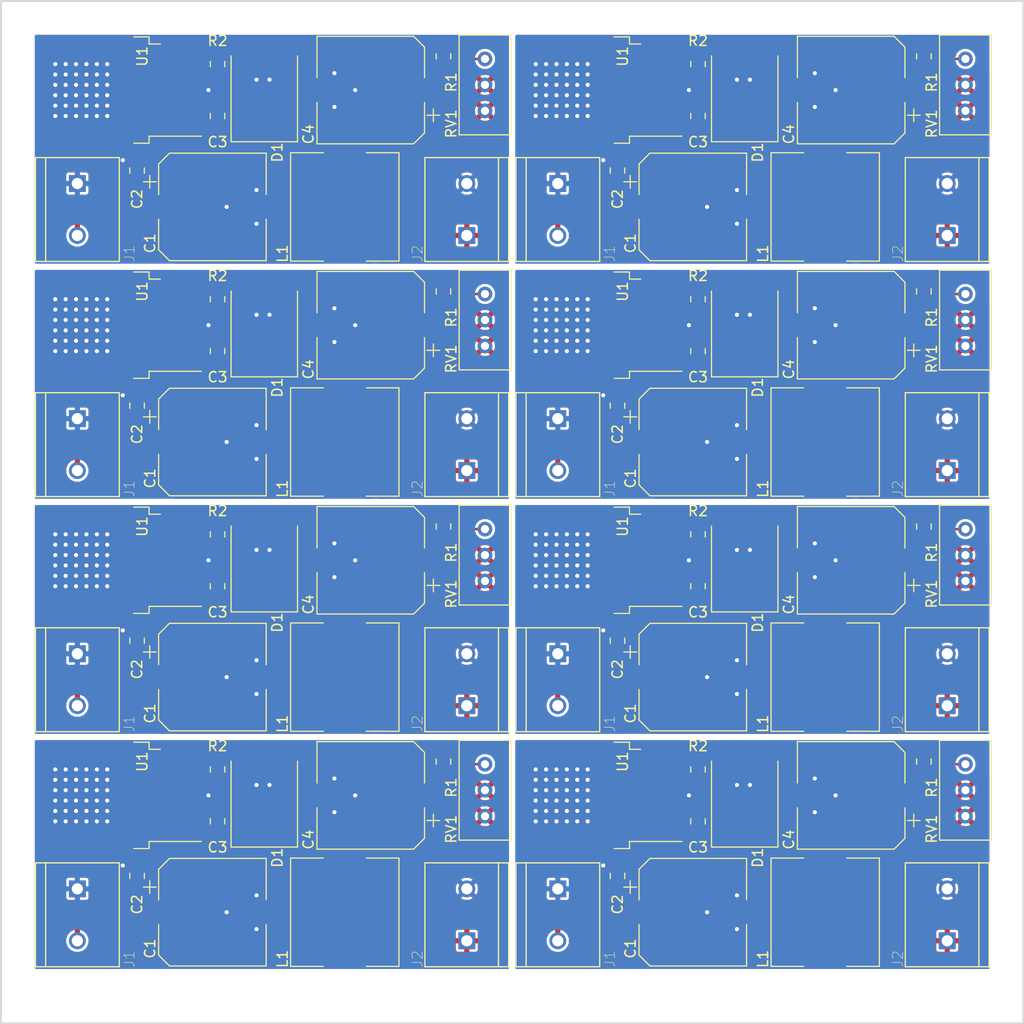
<source format=kicad_pcb>
(kicad_pcb (version 20171130) (host pcbnew 5.0.1-5.0.1)
  (layers (0 F.Cu signal) (31 B.Cu signal) (34 B.Paste user) (35 F.Paste user) (36 B.SilkS user) (37 F.SilkS user) (38 B.Mask user) (39 F.Mask user) (44 Edge.Cuts user))
  (net 0 "")
  (module 282837-2:TE_282837-2 (layer F.Cu) (at 132.568 119.396 90)
    (fp_text reference J2 (at -4.318 -4.826 90) (layer F.SilkS) (effects (font (size 1.00204 1.00204) (thickness 0.05))))
    (fp_text value Screw_Terminal_01x02 hide)
    (pad 1 thru_hole rect (at -2.54 0 90) (size 1.65 1.65) (drill 1.1) (layers *.Cu *.Mask))
    (pad 2 thru_hole circle (at 2.54 0 90) (size 1.65 1.65) (drill 1.1) (layers *.Cu *.Mask))
  )
  (module Package_TO_SOT_SMD:TO-263-7_TabPin8 (layer F.Cu) (at 98.532 107.712 180)
    (fp_text reference U1 (at -2.286 3.302 270) (layer F.SilkS))
    (fp_text value LM2676SX-ADJ_NOPB)
    (pad 8 smd rect (at 3.375 0 180) (size 9.4 10.8) (layers F.Cu F.Mask))
    (pad 7 smd rect (at -5.775 3.81 180) (size 4.6 0.8) (layers F.Cu F.Paste F.Mask))
    (pad 6 smd rect (at -5.775 2.54 180) (size 4.6 0.8) (layers F.Cu F.Paste F.Mask))
    (pad 5 smd rect (at -5.775 1.27 180) (size 4.6 0.8) (layers F.Cu F.Paste F.Mask))
    (pad 4 smd rect (at -5.775 0 180) (size 4.6 0.8) (layers F.Cu F.Paste F.Mask))
    (pad 3 smd rect (at -5.775 -1.27 180) (size 4.6 0.8) (layers F.Cu F.Paste F.Mask))
    (pad 2 smd rect (at -5.775 -2.54 180) (size 4.6 0.8) (layers F.Cu F.Paste F.Mask))
    (pad 1 smd rect (at -5.775 -3.81 180) (size 4.6 0.8) (layers F.Cu F.Paste F.Mask))
  )
  (module Inductor_SMD:L_10.4x10.4_H4.8 (layer F.Cu) (at 120.63 119.142 90)
    (fp_text reference L1 (at -4.572 -6.096 90) (layer F.SilkS))
    (fp_text value 22µH)
    (pad 2 smd rect (at 4.15 0 90) (size 2.7 3.6) (layers F.Cu F.Paste F.Mask))
    (pad 1 smd rect (at -4.15 0 90) (size 2.7 3.6) (layers F.Cu F.Paste F.Mask))
  )
  (module Capacitor_SMD:C_0805_2012Metric_Pad1.15x1.40mm_HandSolder (layer F.Cu) (at 100.31 115.586 90)
    (fp_text reference C2 (at -2.794 0 90) (layer F.SilkS))
    (fp_text value 100nF)
    (pad 2 smd roundrect (at 1.025 0 90) (size 1.15 1.4) (layers F.Cu F.Paste F.Mask) (roundrect_rratio 0.217391))
    (pad 1 smd roundrect (at -1.025 0 90) (size 1.15 1.4) (layers F.Cu F.Paste F.Mask) (roundrect_rratio 0.217391))
  )
  (module Capacitor_SMD:CP_Elec_10x12.6 (layer F.Cu) (at 107.676 119.142)
    (fp_text reference C1 (at -6.096 3.556 -270) (layer F.SilkS))
    (fp_text value 68µF)
    (pad 2 smd rect (at 4.35 0) (size 4.4 1.9) (layers F.Cu F.Paste F.Mask))
    (pad 1 smd rect (at -4.35 0) (size 4.4 1.9) (layers F.Cu F.Paste F.Mask))
  )
  (module Capacitor_SMD:C_0805_2012Metric_Pad1.15x1.40mm_HandSolder (layer F.Cu) (at 108.184 110.252 90)
    (fp_text reference C3 (at -2.54 0 180) (layer F.SilkS))
    (fp_text value 100nF)
    (pad 1 smd roundrect (at -1.025 0 90) (size 1.15 1.4) (layers F.Cu F.Paste F.Mask) (roundrect_rratio 0.217391))
    (pad 2 smd roundrect (at 1.025 0 90) (size 1.15 1.4) (layers F.Cu F.Paste F.Mask) (roundrect_rratio 0.217391))
  )
  (module 282837-2:TE_282837-2 (layer F.Cu) (at 94.468 119.396 270)
    (fp_text reference J1 (at 4.318 -5.08 270) (layer F.SilkS) (effects (font (size 1.00204 1.00204) (thickness 0.05))))
    (fp_text value Screw_Terminal_01x02 hide)
    (pad 2 thru_hole circle (at 2.54 0 270) (size 1.65 1.65) (drill 1.1) (layers *.Cu *.Mask))
    (pad 1 thru_hole rect (at -2.54 0 270) (size 1.65 1.65) (drill 1.1) (layers *.Cu *.Mask))
  )
  (module Potentiometer_THT:Potentiometer_Bourns_3296W_Vertical (layer F.Cu) (at 134.346 104.664 90)
    (fp_text reference RV1 (at -6.35 -3.302 90) (layer F.SilkS))
    (fp_text value 30k)
    (pad 3 thru_hole circle (at -5.08 0 90) (size 1.44 1.44) (drill 0.8) (layers *.Cu *.Mask))
    (pad 2 thru_hole circle (at -2.54 0 90) (size 1.44 1.44) (drill 0.8) (layers *.Cu *.Mask))
    (pad 1 thru_hole circle (at 0 0 90) (size 1.44 1.44) (drill 0.8) (layers *.Cu *.Mask))
  )
  (module Resistor_SMD:R_0805_2012Metric (layer F.Cu) (at 108.184 105.172 270)
    (fp_text reference R2 (at -2.286 0 180) (layer F.SilkS))
    (fp_text value 10k)
    (pad 1 smd roundrect (at -0.9375 0 270) (size 0.975 1.4) (layers F.Cu F.Paste F.Mask))
    (pad 2 smd roundrect (at 0.9375 0 270) (size 0.975 1.4) (layers F.Cu F.Paste F.Mask))
  )
  (module Capacitor_SMD:CP_Elec_10x12.6 (layer F.Cu) (at 123.17 107.712 180)
    (fp_text reference C4 (at 6.096 -4.318 270) (layer F.SilkS))
    (fp_text value 1000µF)
    (pad 1 smd rect (at -4.35 0 180) (size 4.4 1.9) (layers F.Cu F.Paste F.Mask))
    (pad 2 smd rect (at 4.35 0 180) (size 4.4 1.9) (layers F.Cu F.Paste F.Mask))
  )
  (module Diode_SMD:D_SMC (layer F.Cu) (at 112.756 107.966 90)
    (fp_text reference D1 (at -5.842 1.27 90) (layer F.SilkS))
    (fp_text value B560C)
    (pad 2 smd rect (at 3.4 0 180) (size 3.3 2.5) (layers F.Cu F.Paste F.Mask))
    (pad 1 smd rect (at -3.4 0 180) (size 3.3 2.5) (layers F.Cu F.Paste F.Mask))
  )
  (module Resistor_SMD:R_0805_2012Metric (layer F.Cu) (at 130.282 104.41 90)
    (fp_text reference R1 (at -2.54 0.762 90) (layer F.SilkS))
    (fp_text value 10k)
    (pad 2 smd roundrect (at 0.9375 0 90) (size 0.975 1.4) (layers F.Cu F.Paste F.Mask))
    (pad 1 smd roundrect (at -0.9375 0 90) (size 0.975 1.4) (layers F.Cu F.Paste F.Mask))
  )
  (module 282837-2:TE_282837-2 (layer F.Cu) (at 85.568 119.396 90)
    (fp_text reference J2 (at -4.318 -4.826 90) (layer F.SilkS) (effects (font (size 1.00204 1.00204) (thickness 0.05))))
    (fp_text value Screw_Terminal_01x02 hide)
    (pad 1 thru_hole rect (at -2.54 0 90) (size 1.65 1.65) (drill 1.1) (layers *.Cu *.Mask))
    (pad 2 thru_hole circle (at 2.54 0 90) (size 1.65 1.65) (drill 1.1) (layers *.Cu *.Mask))
  )
  (module Package_TO_SOT_SMD:TO-263-7_TabPin8 (layer F.Cu) (at 51.532 107.712 180)
    (fp_text reference U1 (at -2.286 3.302 270) (layer F.SilkS))
    (fp_text value LM2676SX-ADJ_NOPB)
    (pad 8 smd rect (at 3.375 0 180) (size 9.4 10.8) (layers F.Cu F.Mask))
    (pad 7 smd rect (at -5.775 3.81 180) (size 4.6 0.8) (layers F.Cu F.Paste F.Mask))
    (pad 6 smd rect (at -5.775 2.54 180) (size 4.6 0.8) (layers F.Cu F.Paste F.Mask))
    (pad 5 smd rect (at -5.775 1.27 180) (size 4.6 0.8) (layers F.Cu F.Paste F.Mask))
    (pad 4 smd rect (at -5.775 0 180) (size 4.6 0.8) (layers F.Cu F.Paste F.Mask))
    (pad 3 smd rect (at -5.775 -1.27 180) (size 4.6 0.8) (layers F.Cu F.Paste F.Mask))
    (pad 2 smd rect (at -5.775 -2.54 180) (size 4.6 0.8) (layers F.Cu F.Paste F.Mask))
    (pad 1 smd rect (at -5.775 -3.81 180) (size 4.6 0.8) (layers F.Cu F.Paste F.Mask))
  )
  (module Inductor_SMD:L_10.4x10.4_H4.8 (layer F.Cu) (at 73.63 119.142 90)
    (fp_text reference L1 (at -4.572 -6.096 90) (layer F.SilkS))
    (fp_text value 22µH)
    (pad 2 smd rect (at 4.15 0 90) (size 2.7 3.6) (layers F.Cu F.Paste F.Mask))
    (pad 1 smd rect (at -4.15 0 90) (size 2.7 3.6) (layers F.Cu F.Paste F.Mask))
  )
  (module Capacitor_SMD:C_0805_2012Metric_Pad1.15x1.40mm_HandSolder (layer F.Cu) (at 53.31 115.586 90)
    (fp_text reference C2 (at -2.794 0 90) (layer F.SilkS))
    (fp_text value 100nF)
    (pad 2 smd roundrect (at 1.025 0 90) (size 1.15 1.4) (layers F.Cu F.Paste F.Mask) (roundrect_rratio 0.217391))
    (pad 1 smd roundrect (at -1.025 0 90) (size 1.15 1.4) (layers F.Cu F.Paste F.Mask) (roundrect_rratio 0.217391))
  )
  (module Capacitor_SMD:CP_Elec_10x12.6 (layer F.Cu) (at 60.676 119.142)
    (fp_text reference C1 (at -6.096 3.556 -270) (layer F.SilkS))
    (fp_text value 68µF)
    (pad 2 smd rect (at 4.35 0) (size 4.4 1.9) (layers F.Cu F.Paste F.Mask))
    (pad 1 smd rect (at -4.35 0) (size 4.4 1.9) (layers F.Cu F.Paste F.Mask))
  )
  (module Capacitor_SMD:C_0805_2012Metric_Pad1.15x1.40mm_HandSolder (layer F.Cu) (at 61.184 110.252 90)
    (fp_text reference C3 (at -2.54 0 180) (layer F.SilkS))
    (fp_text value 100nF)
    (pad 1 smd roundrect (at -1.025 0 90) (size 1.15 1.4) (layers F.Cu F.Paste F.Mask) (roundrect_rratio 0.217391))
    (pad 2 smd roundrect (at 1.025 0 90) (size 1.15 1.4) (layers F.Cu F.Paste F.Mask) (roundrect_rratio 0.217391))
  )
  (module 282837-2:TE_282837-2 (layer F.Cu) (at 47.468 119.396 270)
    (fp_text reference J1 (at 4.318 -5.08 270) (layer F.SilkS) (effects (font (size 1.00204 1.00204) (thickness 0.05))))
    (fp_text value Screw_Terminal_01x02 hide)
    (pad 2 thru_hole circle (at 2.54 0 270) (size 1.65 1.65) (drill 1.1) (layers *.Cu *.Mask))
    (pad 1 thru_hole rect (at -2.54 0 270) (size 1.65 1.65) (drill 1.1) (layers *.Cu *.Mask))
  )
  (module Potentiometer_THT:Potentiometer_Bourns_3296W_Vertical (layer F.Cu) (at 87.346 104.664 90)
    (fp_text reference RV1 (at -6.35 -3.302 90) (layer F.SilkS))
    (fp_text value 30k)
    (pad 3 thru_hole circle (at -5.08 0 90) (size 1.44 1.44) (drill 0.8) (layers *.Cu *.Mask))
    (pad 2 thru_hole circle (at -2.54 0 90) (size 1.44 1.44) (drill 0.8) (layers *.Cu *.Mask))
    (pad 1 thru_hole circle (at 0 0 90) (size 1.44 1.44) (drill 0.8) (layers *.Cu *.Mask))
  )
  (module Resistor_SMD:R_0805_2012Metric (layer F.Cu) (at 61.184 105.172 270)
    (fp_text reference R2 (at -2.286 0 180) (layer F.SilkS))
    (fp_text value 10k)
    (pad 1 smd roundrect (at -0.9375 0 270) (size 0.975 1.4) (layers F.Cu F.Paste F.Mask))
    (pad 2 smd roundrect (at 0.9375 0 270) (size 0.975 1.4) (layers F.Cu F.Paste F.Mask))
  )
  (module Capacitor_SMD:CP_Elec_10x12.6 (layer F.Cu) (at 76.17 107.712 180)
    (fp_text reference C4 (at 6.096 -4.318 270) (layer F.SilkS))
    (fp_text value 1000µF)
    (pad 1 smd rect (at -4.35 0 180) (size 4.4 1.9) (layers F.Cu F.Paste F.Mask))
    (pad 2 smd rect (at 4.35 0 180) (size 4.4 1.9) (layers F.Cu F.Paste F.Mask))
  )
  (module Diode_SMD:D_SMC (layer F.Cu) (at 65.756 107.966 90)
    (fp_text reference D1 (at -5.842 1.27 90) (layer F.SilkS))
    (fp_text value B560C)
    (pad 2 smd rect (at 3.4 0 180) (size 3.3 2.5) (layers F.Cu F.Paste F.Mask))
    (pad 1 smd rect (at -3.4 0 180) (size 3.3 2.5) (layers F.Cu F.Paste F.Mask))
  )
  (module Resistor_SMD:R_0805_2012Metric (layer F.Cu) (at 83.282 104.41 90)
    (fp_text reference R1 (at -2.54 0.762 90) (layer F.SilkS))
    (fp_text value 10k)
    (pad 2 smd roundrect (at 0.9375 0 90) (size 0.975 1.4) (layers F.Cu F.Paste F.Mask))
    (pad 1 smd roundrect (at -0.9375 0 90) (size 0.975 1.4) (layers F.Cu F.Paste F.Mask))
  )
  (module 282837-2:TE_282837-2 (layer F.Cu) (at 132.568 96.396 90)
    (fp_text reference J2 (at -4.318 -4.826 90) (layer F.SilkS) (effects (font (size 1.00204 1.00204) (thickness 0.05))))
    (fp_text value Screw_Terminal_01x02 hide)
    (pad 1 thru_hole rect (at -2.54 0 90) (size 1.65 1.65) (drill 1.1) (layers *.Cu *.Mask))
    (pad 2 thru_hole circle (at 2.54 0 90) (size 1.65 1.65) (drill 1.1) (layers *.Cu *.Mask))
  )
  (module Package_TO_SOT_SMD:TO-263-7_TabPin8 (layer F.Cu) (at 98.532 84.712 180)
    (fp_text reference U1 (at -2.286 3.302 270) (layer F.SilkS))
    (fp_text value LM2676SX-ADJ_NOPB)
    (pad 8 smd rect (at 3.375 0 180) (size 9.4 10.8) (layers F.Cu F.Mask))
    (pad 7 smd rect (at -5.775 3.81 180) (size 4.6 0.8) (layers F.Cu F.Paste F.Mask))
    (pad 6 smd rect (at -5.775 2.54 180) (size 4.6 0.8) (layers F.Cu F.Paste F.Mask))
    (pad 5 smd rect (at -5.775 1.27 180) (size 4.6 0.8) (layers F.Cu F.Paste F.Mask))
    (pad 4 smd rect (at -5.775 0 180) (size 4.6 0.8) (layers F.Cu F.Paste F.Mask))
    (pad 3 smd rect (at -5.775 -1.27 180) (size 4.6 0.8) (layers F.Cu F.Paste F.Mask))
    (pad 2 smd rect (at -5.775 -2.54 180) (size 4.6 0.8) (layers F.Cu F.Paste F.Mask))
    (pad 1 smd rect (at -5.775 -3.81 180) (size 4.6 0.8) (layers F.Cu F.Paste F.Mask))
  )
  (module Inductor_SMD:L_10.4x10.4_H4.8 (layer F.Cu) (at 120.63 96.142 90)
    (fp_text reference L1 (at -4.572 -6.096 90) (layer F.SilkS))
    (fp_text value 22µH)
    (pad 2 smd rect (at 4.15 0 90) (size 2.7 3.6) (layers F.Cu F.Paste F.Mask))
    (pad 1 smd rect (at -4.15 0 90) (size 2.7 3.6) (layers F.Cu F.Paste F.Mask))
  )
  (module Capacitor_SMD:C_0805_2012Metric_Pad1.15x1.40mm_HandSolder (layer F.Cu) (at 100.31 92.586 90)
    (fp_text reference C2 (at -2.794 0 90) (layer F.SilkS))
    (fp_text value 100nF)
    (pad 2 smd roundrect (at 1.025 0 90) (size 1.15 1.4) (layers F.Cu F.Paste F.Mask) (roundrect_rratio 0.217391))
    (pad 1 smd roundrect (at -1.025 0 90) (size 1.15 1.4) (layers F.Cu F.Paste F.Mask) (roundrect_rratio 0.217391))
  )
  (module Capacitor_SMD:CP_Elec_10x12.6 (layer F.Cu) (at 107.676 96.142)
    (fp_text reference C1 (at -6.096 3.556 -270) (layer F.SilkS))
    (fp_text value 68µF)
    (pad 2 smd rect (at 4.35 0) (size 4.4 1.9) (layers F.Cu F.Paste F.Mask))
    (pad 1 smd rect (at -4.35 0) (size 4.4 1.9) (layers F.Cu F.Paste F.Mask))
  )
  (module Capacitor_SMD:C_0805_2012Metric_Pad1.15x1.40mm_HandSolder (layer F.Cu) (at 108.184 87.252 90)
    (fp_text reference C3 (at -2.54 0 180) (layer F.SilkS))
    (fp_text value 100nF)
    (pad 1 smd roundrect (at -1.025 0 90) (size 1.15 1.4) (layers F.Cu F.Paste F.Mask) (roundrect_rratio 0.217391))
    (pad 2 smd roundrect (at 1.025 0 90) (size 1.15 1.4) (layers F.Cu F.Paste F.Mask) (roundrect_rratio 0.217391))
  )
  (module 282837-2:TE_282837-2 (layer F.Cu) (at 94.468 96.396 270)
    (fp_text reference J1 (at 4.318 -5.08 270) (layer F.SilkS) (effects (font (size 1.00204 1.00204) (thickness 0.05))))
    (fp_text value Screw_Terminal_01x02 hide)
    (pad 2 thru_hole circle (at 2.54 0 270) (size 1.65 1.65) (drill 1.1) (layers *.Cu *.Mask))
    (pad 1 thru_hole rect (at -2.54 0 270) (size 1.65 1.65) (drill 1.1) (layers *.Cu *.Mask))
  )
  (module Potentiometer_THT:Potentiometer_Bourns_3296W_Vertical (layer F.Cu) (at 134.346 81.664 90)
    (fp_text reference RV1 (at -6.35 -3.302 90) (layer F.SilkS))
    (fp_text value 30k)
    (pad 3 thru_hole circle (at -5.08 0 90) (size 1.44 1.44) (drill 0.8) (layers *.Cu *.Mask))
    (pad 2 thru_hole circle (at -2.54 0 90) (size 1.44 1.44) (drill 0.8) (layers *.Cu *.Mask))
    (pad 1 thru_hole circle (at 0 0 90) (size 1.44 1.44) (drill 0.8) (layers *.Cu *.Mask))
  )
  (module Resistor_SMD:R_0805_2012Metric (layer F.Cu) (at 108.184 82.172 270)
    (fp_text reference R2 (at -2.286 0 180) (layer F.SilkS))
    (fp_text value 10k)
    (pad 1 smd roundrect (at -0.9375 0 270) (size 0.975 1.4) (layers F.Cu F.Paste F.Mask))
    (pad 2 smd roundrect (at 0.9375 0 270) (size 0.975 1.4) (layers F.Cu F.Paste F.Mask))
  )
  (module Capacitor_SMD:CP_Elec_10x12.6 (layer F.Cu) (at 123.17 84.712 180)
    (fp_text reference C4 (at 6.096 -4.318 270) (layer F.SilkS))
    (fp_text value 1000µF)
    (pad 1 smd rect (at -4.35 0 180) (size 4.4 1.9) (layers F.Cu F.Paste F.Mask))
    (pad 2 smd rect (at 4.35 0 180) (size 4.4 1.9) (layers F.Cu F.Paste F.Mask))
  )
  (module Diode_SMD:D_SMC (layer F.Cu) (at 112.756 84.966 90)
    (fp_text reference D1 (at -5.842 1.27 90) (layer F.SilkS))
    (fp_text value B560C)
    (pad 2 smd rect (at 3.4 0 180) (size 3.3 2.5) (layers F.Cu F.Paste F.Mask))
    (pad 1 smd rect (at -3.4 0 180) (size 3.3 2.5) (layers F.Cu F.Paste F.Mask))
  )
  (module Resistor_SMD:R_0805_2012Metric (layer F.Cu) (at 130.282 81.41 90)
    (fp_text reference R1 (at -2.54 0.762 90) (layer F.SilkS))
    (fp_text value 10k)
    (pad 2 smd roundrect (at 0.9375 0 90) (size 0.975 1.4) (layers F.Cu F.Paste F.Mask))
    (pad 1 smd roundrect (at -0.9375 0 90) (size 0.975 1.4) (layers F.Cu F.Paste F.Mask))
  )
  (module 282837-2:TE_282837-2 (layer F.Cu) (at 85.568 96.396 90)
    (fp_text reference J2 (at -4.318 -4.826 90) (layer F.SilkS) (effects (font (size 1.00204 1.00204) (thickness 0.05))))
    (fp_text value Screw_Terminal_01x02 hide)
    (pad 1 thru_hole rect (at -2.54 0 90) (size 1.65 1.65) (drill 1.1) (layers *.Cu *.Mask))
    (pad 2 thru_hole circle (at 2.54 0 90) (size 1.65 1.65) (drill 1.1) (layers *.Cu *.Mask))
  )
  (module Package_TO_SOT_SMD:TO-263-7_TabPin8 (layer F.Cu) (at 51.532 84.712 180)
    (fp_text reference U1 (at -2.286 3.302 270) (layer F.SilkS))
    (fp_text value LM2676SX-ADJ_NOPB)
    (pad 8 smd rect (at 3.375 0 180) (size 9.4 10.8) (layers F.Cu F.Mask))
    (pad 7 smd rect (at -5.775 3.81 180) (size 4.6 0.8) (layers F.Cu F.Paste F.Mask))
    (pad 6 smd rect (at -5.775 2.54 180) (size 4.6 0.8) (layers F.Cu F.Paste F.Mask))
    (pad 5 smd rect (at -5.775 1.27 180) (size 4.6 0.8) (layers F.Cu F.Paste F.Mask))
    (pad 4 smd rect (at -5.775 0 180) (size 4.6 0.8) (layers F.Cu F.Paste F.Mask))
    (pad 3 smd rect (at -5.775 -1.27 180) (size 4.6 0.8) (layers F.Cu F.Paste F.Mask))
    (pad 2 smd rect (at -5.775 -2.54 180) (size 4.6 0.8) (layers F.Cu F.Paste F.Mask))
    (pad 1 smd rect (at -5.775 -3.81 180) (size 4.6 0.8) (layers F.Cu F.Paste F.Mask))
  )
  (module Inductor_SMD:L_10.4x10.4_H4.8 (layer F.Cu) (at 73.63 96.142 90)
    (fp_text reference L1 (at -4.572 -6.096 90) (layer F.SilkS))
    (fp_text value 22µH)
    (pad 2 smd rect (at 4.15 0 90) (size 2.7 3.6) (layers F.Cu F.Paste F.Mask))
    (pad 1 smd rect (at -4.15 0 90) (size 2.7 3.6) (layers F.Cu F.Paste F.Mask))
  )
  (module Capacitor_SMD:C_0805_2012Metric_Pad1.15x1.40mm_HandSolder (layer F.Cu) (at 53.31 92.586 90)
    (fp_text reference C2 (at -2.794 0 90) (layer F.SilkS))
    (fp_text value 100nF)
    (pad 2 smd roundrect (at 1.025 0 90) (size 1.15 1.4) (layers F.Cu F.Paste F.Mask) (roundrect_rratio 0.217391))
    (pad 1 smd roundrect (at -1.025 0 90) (size 1.15 1.4) (layers F.Cu F.Paste F.Mask) (roundrect_rratio 0.217391))
  )
  (module Capacitor_SMD:CP_Elec_10x12.6 (layer F.Cu) (at 60.676 96.142)
    (fp_text reference C1 (at -6.096 3.556 -270) (layer F.SilkS))
    (fp_text value 68µF)
    (pad 2 smd rect (at 4.35 0) (size 4.4 1.9) (layers F.Cu F.Paste F.Mask))
    (pad 1 smd rect (at -4.35 0) (size 4.4 1.9) (layers F.Cu F.Paste F.Mask))
  )
  (module Capacitor_SMD:C_0805_2012Metric_Pad1.15x1.40mm_HandSolder (layer F.Cu) (at 61.184 87.252 90)
    (fp_text reference C3 (at -2.54 0 180) (layer F.SilkS))
    (fp_text value 100nF)
    (pad 1 smd roundrect (at -1.025 0 90) (size 1.15 1.4) (layers F.Cu F.Paste F.Mask) (roundrect_rratio 0.217391))
    (pad 2 smd roundrect (at 1.025 0 90) (size 1.15 1.4) (layers F.Cu F.Paste F.Mask) (roundrect_rratio 0.217391))
  )
  (module 282837-2:TE_282837-2 (layer F.Cu) (at 47.468 96.396 270)
    (fp_text reference J1 (at 4.318 -5.08 270) (layer F.SilkS) (effects (font (size 1.00204 1.00204) (thickness 0.05))))
    (fp_text value Screw_Terminal_01x02 hide)
    (pad 2 thru_hole circle (at 2.54 0 270) (size 1.65 1.65) (drill 1.1) (layers *.Cu *.Mask))
    (pad 1 thru_hole rect (at -2.54 0 270) (size 1.65 1.65) (drill 1.1) (layers *.Cu *.Mask))
  )
  (module Potentiometer_THT:Potentiometer_Bourns_3296W_Vertical (layer F.Cu) (at 87.346 81.664 90)
    (fp_text reference RV1 (at -6.35 -3.302 90) (layer F.SilkS))
    (fp_text value 30k)
    (pad 3 thru_hole circle (at -5.08 0 90) (size 1.44 1.44) (drill 0.8) (layers *.Cu *.Mask))
    (pad 2 thru_hole circle (at -2.54 0 90) (size 1.44 1.44) (drill 0.8) (layers *.Cu *.Mask))
    (pad 1 thru_hole circle (at 0 0 90) (size 1.44 1.44) (drill 0.8) (layers *.Cu *.Mask))
  )
  (module Resistor_SMD:R_0805_2012Metric (layer F.Cu) (at 61.184 82.172 270)
    (fp_text reference R2 (at -2.286 0 180) (layer F.SilkS))
    (fp_text value 10k)
    (pad 1 smd roundrect (at -0.9375 0 270) (size 0.975 1.4) (layers F.Cu F.Paste F.Mask))
    (pad 2 smd roundrect (at 0.9375 0 270) (size 0.975 1.4) (layers F.Cu F.Paste F.Mask))
  )
  (module Capacitor_SMD:CP_Elec_10x12.6 (layer F.Cu) (at 76.17 84.712 180)
    (fp_text reference C4 (at 6.096 -4.318 270) (layer F.SilkS))
    (fp_text value 1000µF)
    (pad 1 smd rect (at -4.35 0 180) (size 4.4 1.9) (layers F.Cu F.Paste F.Mask))
    (pad 2 smd rect (at 4.35 0 180) (size 4.4 1.9) (layers F.Cu F.Paste F.Mask))
  )
  (module Diode_SMD:D_SMC (layer F.Cu) (at 65.756 84.966 90)
    (fp_text reference D1 (at -5.842 1.27 90) (layer F.SilkS))
    (fp_text value B560C)
    (pad 2 smd rect (at 3.4 0 180) (size 3.3 2.5) (layers F.Cu F.Paste F.Mask))
    (pad 1 smd rect (at -3.4 0 180) (size 3.3 2.5) (layers F.Cu F.Paste F.Mask))
  )
  (module Resistor_SMD:R_0805_2012Metric (layer F.Cu) (at 83.282 81.41 90)
    (fp_text reference R1 (at -2.54 0.762 90) (layer F.SilkS))
    (fp_text value 10k)
    (pad 2 smd roundrect (at 0.9375 0 90) (size 0.975 1.4) (layers F.Cu F.Paste F.Mask))
    (pad 1 smd roundrect (at -0.9375 0 90) (size 0.975 1.4) (layers F.Cu F.Paste F.Mask))
  )
  (module 282837-2:TE_282837-2 (layer F.Cu) (at 132.568 73.396 90)
    (fp_text reference J2 (at -4.318 -4.826 90) (layer F.SilkS) (effects (font (size 1.00204 1.00204) (thickness 0.05))))
    (fp_text value Screw_Terminal_01x02 hide)
    (pad 1 thru_hole rect (at -2.54 0 90) (size 1.65 1.65) (drill 1.1) (layers *.Cu *.Mask))
    (pad 2 thru_hole circle (at 2.54 0 90) (size 1.65 1.65) (drill 1.1) (layers *.Cu *.Mask))
  )
  (module Package_TO_SOT_SMD:TO-263-7_TabPin8 (layer F.Cu) (at 98.532 61.712 180)
    (fp_text reference U1 (at -2.286 3.302 270) (layer F.SilkS))
    (fp_text value LM2676SX-ADJ_NOPB)
    (pad 8 smd rect (at 3.375 0 180) (size 9.4 10.8) (layers F.Cu F.Mask))
    (pad 7 smd rect (at -5.775 3.81 180) (size 4.6 0.8) (layers F.Cu F.Paste F.Mask))
    (pad 6 smd rect (at -5.775 2.54 180) (size 4.6 0.8) (layers F.Cu F.Paste F.Mask))
    (pad 5 smd rect (at -5.775 1.27 180) (size 4.6 0.8) (layers F.Cu F.Paste F.Mask))
    (pad 4 smd rect (at -5.775 0 180) (size 4.6 0.8) (layers F.Cu F.Paste F.Mask))
    (pad 3 smd rect (at -5.775 -1.27 180) (size 4.6 0.8) (layers F.Cu F.Paste F.Mask))
    (pad 2 smd rect (at -5.775 -2.54 180) (size 4.6 0.8) (layers F.Cu F.Paste F.Mask))
    (pad 1 smd rect (at -5.775 -3.81 180) (size 4.6 0.8) (layers F.Cu F.Paste F.Mask))
  )
  (module Inductor_SMD:L_10.4x10.4_H4.8 (layer F.Cu) (at 120.63 73.142 90)
    (fp_text reference L1 (at -4.572 -6.096 90) (layer F.SilkS))
    (fp_text value 22µH)
    (pad 2 smd rect (at 4.15 0 90) (size 2.7 3.6) (layers F.Cu F.Paste F.Mask))
    (pad 1 smd rect (at -4.15 0 90) (size 2.7 3.6) (layers F.Cu F.Paste F.Mask))
  )
  (module Capacitor_SMD:C_0805_2012Metric_Pad1.15x1.40mm_HandSolder (layer F.Cu) (at 100.31 69.586 90)
    (fp_text reference C2 (at -2.794 0 90) (layer F.SilkS))
    (fp_text value 100nF)
    (pad 2 smd roundrect (at 1.025 0 90) (size 1.15 1.4) (layers F.Cu F.Paste F.Mask) (roundrect_rratio 0.217391))
    (pad 1 smd roundrect (at -1.025 0 90) (size 1.15 1.4) (layers F.Cu F.Paste F.Mask) (roundrect_rratio 0.217391))
  )
  (module Capacitor_SMD:CP_Elec_10x12.6 (layer F.Cu) (at 107.676 73.142)
    (fp_text reference C1 (at -6.096 3.556 -270) (layer F.SilkS))
    (fp_text value 68µF)
    (pad 2 smd rect (at 4.35 0) (size 4.4 1.9) (layers F.Cu F.Paste F.Mask))
    (pad 1 smd rect (at -4.35 0) (size 4.4 1.9) (layers F.Cu F.Paste F.Mask))
  )
  (module Capacitor_SMD:C_0805_2012Metric_Pad1.15x1.40mm_HandSolder (layer F.Cu) (at 108.184 64.252 90)
    (fp_text reference C3 (at -2.54 0 180) (layer F.SilkS))
    (fp_text value 100nF)
    (pad 1 smd roundrect (at -1.025 0 90) (size 1.15 1.4) (layers F.Cu F.Paste F.Mask) (roundrect_rratio 0.217391))
    (pad 2 smd roundrect (at 1.025 0 90) (size 1.15 1.4) (layers F.Cu F.Paste F.Mask) (roundrect_rratio 0.217391))
  )
  (module 282837-2:TE_282837-2 (layer F.Cu) (at 94.468 73.396 270)
    (fp_text reference J1 (at 4.318 -5.08 270) (layer F.SilkS) (effects (font (size 1.00204 1.00204) (thickness 0.05))))
    (fp_text value Screw_Terminal_01x02 hide)
    (pad 2 thru_hole circle (at 2.54 0 270) (size 1.65 1.65) (drill 1.1) (layers *.Cu *.Mask))
    (pad 1 thru_hole rect (at -2.54 0 270) (size 1.65 1.65) (drill 1.1) (layers *.Cu *.Mask))
  )
  (module Potentiometer_THT:Potentiometer_Bourns_3296W_Vertical (layer F.Cu) (at 134.346 58.664 90)
    (fp_text reference RV1 (at -6.35 -3.302 90) (layer F.SilkS))
    (fp_text value 30k)
    (pad 3 thru_hole circle (at -5.08 0 90) (size 1.44 1.44) (drill 0.8) (layers *.Cu *.Mask))
    (pad 2 thru_hole circle (at -2.54 0 90) (size 1.44 1.44) (drill 0.8) (layers *.Cu *.Mask))
    (pad 1 thru_hole circle (at 0 0 90) (size 1.44 1.44) (drill 0.8) (layers *.Cu *.Mask))
  )
  (module Resistor_SMD:R_0805_2012Metric (layer F.Cu) (at 108.184 59.172 270)
    (fp_text reference R2 (at -2.286 0 180) (layer F.SilkS))
    (fp_text value 10k)
    (pad 1 smd roundrect (at -0.9375 0 270) (size 0.975 1.4) (layers F.Cu F.Paste F.Mask))
    (pad 2 smd roundrect (at 0.9375 0 270) (size 0.975 1.4) (layers F.Cu F.Paste F.Mask))
  )
  (module Capacitor_SMD:CP_Elec_10x12.6 (layer F.Cu) (at 123.17 61.712 180)
    (fp_text reference C4 (at 6.096 -4.318 270) (layer F.SilkS))
    (fp_text value 1000µF)
    (pad 1 smd rect (at -4.35 0 180) (size 4.4 1.9) (layers F.Cu F.Paste F.Mask))
    (pad 2 smd rect (at 4.35 0 180) (size 4.4 1.9) (layers F.Cu F.Paste F.Mask))
  )
  (module Diode_SMD:D_SMC (layer F.Cu) (at 112.756 61.966 90)
    (fp_text reference D1 (at -5.842 1.27 90) (layer F.SilkS))
    (fp_text value B560C)
    (pad 2 smd rect (at 3.4 0 180) (size 3.3 2.5) (layers F.Cu F.Paste F.Mask))
    (pad 1 smd rect (at -3.4 0 180) (size 3.3 2.5) (layers F.Cu F.Paste F.Mask))
  )
  (module Resistor_SMD:R_0805_2012Metric (layer F.Cu) (at 130.282 58.41 90)
    (fp_text reference R1 (at -2.54 0.762 90) (layer F.SilkS))
    (fp_text value 10k)
    (pad 2 smd roundrect (at 0.9375 0 90) (size 0.975 1.4) (layers F.Cu F.Paste F.Mask))
    (pad 1 smd roundrect (at -0.9375 0 90) (size 0.975 1.4) (layers F.Cu F.Paste F.Mask))
  )
  (module 282837-2:TE_282837-2 (layer F.Cu) (at 85.568 73.396 90)
    (fp_text reference J2 (at -4.318 -4.826 90) (layer F.SilkS) (effects (font (size 1.00204 1.00204) (thickness 0.05))))
    (fp_text value Screw_Terminal_01x02 hide)
    (pad 1 thru_hole rect (at -2.54 0 90) (size 1.65 1.65) (drill 1.1) (layers *.Cu *.Mask))
    (pad 2 thru_hole circle (at 2.54 0 90) (size 1.65 1.65) (drill 1.1) (layers *.Cu *.Mask))
  )
  (module Package_TO_SOT_SMD:TO-263-7_TabPin8 (layer F.Cu) (at 51.532 61.712 180)
    (fp_text reference U1 (at -2.286 3.302 270) (layer F.SilkS))
    (fp_text value LM2676SX-ADJ_NOPB)
    (pad 8 smd rect (at 3.375 0 180) (size 9.4 10.8) (layers F.Cu F.Mask))
    (pad 7 smd rect (at -5.775 3.81 180) (size 4.6 0.8) (layers F.Cu F.Paste F.Mask))
    (pad 6 smd rect (at -5.775 2.54 180) (size 4.6 0.8) (layers F.Cu F.Paste F.Mask))
    (pad 5 smd rect (at -5.775 1.27 180) (size 4.6 0.8) (layers F.Cu F.Paste F.Mask))
    (pad 4 smd rect (at -5.775 0 180) (size 4.6 0.8) (layers F.Cu F.Paste F.Mask))
    (pad 3 smd rect (at -5.775 -1.27 180) (size 4.6 0.8) (layers F.Cu F.Paste F.Mask))
    (pad 2 smd rect (at -5.775 -2.54 180) (size 4.6 0.8) (layers F.Cu F.Paste F.Mask))
    (pad 1 smd rect (at -5.775 -3.81 180) (size 4.6 0.8) (layers F.Cu F.Paste F.Mask))
  )
  (module Inductor_SMD:L_10.4x10.4_H4.8 (layer F.Cu) (at 73.63 73.142 90)
    (fp_text reference L1 (at -4.572 -6.096 90) (layer F.SilkS))
    (fp_text value 22µH)
    (pad 2 smd rect (at 4.15 0 90) (size 2.7 3.6) (layers F.Cu F.Paste F.Mask))
    (pad 1 smd rect (at -4.15 0 90) (size 2.7 3.6) (layers F.Cu F.Paste F.Mask))
  )
  (module Capacitor_SMD:C_0805_2012Metric_Pad1.15x1.40mm_HandSolder (layer F.Cu) (at 53.31 69.586 90)
    (fp_text reference C2 (at -2.794 0 90) (layer F.SilkS))
    (fp_text value 100nF)
    (pad 2 smd roundrect (at 1.025 0 90) (size 1.15 1.4) (layers F.Cu F.Paste F.Mask) (roundrect_rratio 0.217391))
    (pad 1 smd roundrect (at -1.025 0 90) (size 1.15 1.4) (layers F.Cu F.Paste F.Mask) (roundrect_rratio 0.217391))
  )
  (module Capacitor_SMD:CP_Elec_10x12.6 (layer F.Cu) (at 60.676 73.142)
    (fp_text reference C1 (at -6.096 3.556 -270) (layer F.SilkS))
    (fp_text value 68µF)
    (pad 2 smd rect (at 4.35 0) (size 4.4 1.9) (layers F.Cu F.Paste F.Mask))
    (pad 1 smd rect (at -4.35 0) (size 4.4 1.9) (layers F.Cu F.Paste F.Mask))
  )
  (module Capacitor_SMD:C_0805_2012Metric_Pad1.15x1.40mm_HandSolder (layer F.Cu) (at 61.184 64.252 90)
    (fp_text reference C3 (at -2.54 0 180) (layer F.SilkS))
    (fp_text value 100nF)
    (pad 1 smd roundrect (at -1.025 0 90) (size 1.15 1.4) (layers F.Cu F.Paste F.Mask) (roundrect_rratio 0.217391))
    (pad 2 smd roundrect (at 1.025 0 90) (size 1.15 1.4) (layers F.Cu F.Paste F.Mask) (roundrect_rratio 0.217391))
  )
  (module 282837-2:TE_282837-2 (layer F.Cu) (at 47.468 73.396 270)
    (fp_text reference J1 (at 4.318 -5.08 270) (layer F.SilkS) (effects (font (size 1.00204 1.00204) (thickness 0.05))))
    (fp_text value Screw_Terminal_01x02 hide)
    (pad 2 thru_hole circle (at 2.54 0 270) (size 1.65 1.65) (drill 1.1) (layers *.Cu *.Mask))
    (pad 1 thru_hole rect (at -2.54 0 270) (size 1.65 1.65) (drill 1.1) (layers *.Cu *.Mask))
  )
  (module Potentiometer_THT:Potentiometer_Bourns_3296W_Vertical (layer F.Cu) (at 87.346 58.664 90)
    (fp_text reference RV1 (at -6.35 -3.302 90) (layer F.SilkS))
    (fp_text value 30k)
    (pad 3 thru_hole circle (at -5.08 0 90) (size 1.44 1.44) (drill 0.8) (layers *.Cu *.Mask))
    (pad 2 thru_hole circle (at -2.54 0 90) (size 1.44 1.44) (drill 0.8) (layers *.Cu *.Mask))
    (pad 1 thru_hole circle (at 0 0 90) (size 1.44 1.44) (drill 0.8) (layers *.Cu *.Mask))
  )
  (module Resistor_SMD:R_0805_2012Metric (layer F.Cu) (at 61.184 59.172 270)
    (fp_text reference R2 (at -2.286 0 180) (layer F.SilkS))
    (fp_text value 10k)
    (pad 1 smd roundrect (at -0.9375 0 270) (size 0.975 1.4) (layers F.Cu F.Paste F.Mask))
    (pad 2 smd roundrect (at 0.9375 0 270) (size 0.975 1.4) (layers F.Cu F.Paste F.Mask))
  )
  (module Capacitor_SMD:CP_Elec_10x12.6 (layer F.Cu) (at 76.17 61.712 180)
    (fp_text reference C4 (at 6.096 -4.318 270) (layer F.SilkS))
    (fp_text value 1000µF)
    (pad 1 smd rect (at -4.35 0 180) (size 4.4 1.9) (layers F.Cu F.Paste F.Mask))
    (pad 2 smd rect (at 4.35 0 180) (size 4.4 1.9) (layers F.Cu F.Paste F.Mask))
  )
  (module Diode_SMD:D_SMC (layer F.Cu) (at 65.756 61.966 90)
    (fp_text reference D1 (at -5.842 1.27 90) (layer F.SilkS))
    (fp_text value B560C)
    (pad 2 smd rect (at 3.4 0 180) (size 3.3 2.5) (layers F.Cu F.Paste F.Mask))
    (pad 1 smd rect (at -3.4 0 180) (size 3.3 2.5) (layers F.Cu F.Paste F.Mask))
  )
  (module Resistor_SMD:R_0805_2012Metric (layer F.Cu) (at 83.282 58.41 90)
    (fp_text reference R1 (at -2.54 0.762 90) (layer F.SilkS))
    (fp_text value 10k)
    (pad 2 smd roundrect (at 0.9375 0 90) (size 0.975 1.4) (layers F.Cu F.Paste F.Mask))
    (pad 1 smd roundrect (at -0.9375 0 90) (size 0.975 1.4) (layers F.Cu F.Paste F.Mask))
  )
  (module 282837-2:TE_282837-2 (layer F.Cu) (at 132.568 50.396 90)
    (fp_text reference J2 (at -4.318 -4.826 90) (layer F.SilkS) (effects (font (size 1.00204 1.00204) (thickness 0.05))))
    (fp_text value Screw_Terminal_01x02 hide)
    (pad 1 thru_hole rect (at -2.54 0 90) (size 1.65 1.65) (drill 1.1) (layers *.Cu *.Mask))
    (pad 2 thru_hole circle (at 2.54 0 90) (size 1.65 1.65) (drill 1.1) (layers *.Cu *.Mask))
  )
  (module Package_TO_SOT_SMD:TO-263-7_TabPin8 (layer F.Cu) (at 98.532 38.712 180)
    (fp_text reference U1 (at -2.286 3.302 270) (layer F.SilkS))
    (fp_text value LM2676SX-ADJ_NOPB)
    (pad 8 smd rect (at 3.375 0 180) (size 9.4 10.8) (layers F.Cu F.Mask))
    (pad 7 smd rect (at -5.775 3.81 180) (size 4.6 0.8) (layers F.Cu F.Paste F.Mask))
    (pad 6 smd rect (at -5.775 2.54 180) (size 4.6 0.8) (layers F.Cu F.Paste F.Mask))
    (pad 5 smd rect (at -5.775 1.27 180) (size 4.6 0.8) (layers F.Cu F.Paste F.Mask))
    (pad 4 smd rect (at -5.775 0 180) (size 4.6 0.8) (layers F.Cu F.Paste F.Mask))
    (pad 3 smd rect (at -5.775 -1.27 180) (size 4.6 0.8) (layers F.Cu F.Paste F.Mask))
    (pad 2 smd rect (at -5.775 -2.54 180) (size 4.6 0.8) (layers F.Cu F.Paste F.Mask))
    (pad 1 smd rect (at -5.775 -3.81 180) (size 4.6 0.8) (layers F.Cu F.Paste F.Mask))
  )
  (module Inductor_SMD:L_10.4x10.4_H4.8 (layer F.Cu) (at 120.63 50.142 90)
    (fp_text reference L1 (at -4.572 -6.096 90) (layer F.SilkS))
    (fp_text value 22µH)
    (pad 2 smd rect (at 4.15 0 90) (size 2.7 3.6) (layers F.Cu F.Paste F.Mask))
    (pad 1 smd rect (at -4.15 0 90) (size 2.7 3.6) (layers F.Cu F.Paste F.Mask))
  )
  (module Capacitor_SMD:C_0805_2012Metric_Pad1.15x1.40mm_HandSolder (layer F.Cu) (at 100.31 46.586 90)
    (fp_text reference C2 (at -2.794 0 90) (layer F.SilkS))
    (fp_text value 100nF)
    (pad 2 smd roundrect (at 1.025 0 90) (size 1.15 1.4) (layers F.Cu F.Paste F.Mask) (roundrect_rratio 0.217391))
    (pad 1 smd roundrect (at -1.025 0 90) (size 1.15 1.4) (layers F.Cu F.Paste F.Mask) (roundrect_rratio 0.217391))
  )
  (module Capacitor_SMD:CP_Elec_10x12.6 (layer F.Cu) (at 107.676 50.142)
    (fp_text reference C1 (at -6.096 3.556 -270) (layer F.SilkS))
    (fp_text value 68µF)
    (pad 2 smd rect (at 4.35 0) (size 4.4 1.9) (layers F.Cu F.Paste F.Mask))
    (pad 1 smd rect (at -4.35 0) (size 4.4 1.9) (layers F.Cu F.Paste F.Mask))
  )
  (module Capacitor_SMD:C_0805_2012Metric_Pad1.15x1.40mm_HandSolder (layer F.Cu) (at 108.184 41.252 90)
    (fp_text reference C3 (at -2.54 0 180) (layer F.SilkS))
    (fp_text value 100nF)
    (pad 1 smd roundrect (at -1.025 0 90) (size 1.15 1.4) (layers F.Cu F.Paste F.Mask) (roundrect_rratio 0.217391))
    (pad 2 smd roundrect (at 1.025 0 90) (size 1.15 1.4) (layers F.Cu F.Paste F.Mask) (roundrect_rratio 0.217391))
  )
  (module 282837-2:TE_282837-2 (layer F.Cu) (at 94.468 50.396 270)
    (fp_text reference J1 (at 4.318 -5.08 270) (layer F.SilkS) (effects (font (size 1.00204 1.00204) (thickness 0.05))))
    (fp_text value Screw_Terminal_01x02 hide)
    (pad 2 thru_hole circle (at 2.54 0 270) (size 1.65 1.65) (drill 1.1) (layers *.Cu *.Mask))
    (pad 1 thru_hole rect (at -2.54 0 270) (size 1.65 1.65) (drill 1.1) (layers *.Cu *.Mask))
  )
  (module Potentiometer_THT:Potentiometer_Bourns_3296W_Vertical (layer F.Cu) (at 134.346 35.664 90)
    (fp_text reference RV1 (at -6.35 -3.302 90) (layer F.SilkS))
    (fp_text value 30k)
    (pad 3 thru_hole circle (at -5.08 0 90) (size 1.44 1.44) (drill 0.8) (layers *.Cu *.Mask))
    (pad 2 thru_hole circle (at -2.54 0 90) (size 1.44 1.44) (drill 0.8) (layers *.Cu *.Mask))
    (pad 1 thru_hole circle (at 0 0 90) (size 1.44 1.44) (drill 0.8) (layers *.Cu *.Mask))
  )
  (module Resistor_SMD:R_0805_2012Metric (layer F.Cu) (at 108.184 36.172 270)
    (fp_text reference R2 (at -2.286 0 180) (layer F.SilkS))
    (fp_text value 10k)
    (pad 1 smd roundrect (at -0.9375 0 270) (size 0.975 1.4) (layers F.Cu F.Paste F.Mask))
    (pad 2 smd roundrect (at 0.9375 0 270) (size 0.975 1.4) (layers F.Cu F.Paste F.Mask))
  )
  (module Capacitor_SMD:CP_Elec_10x12.6 (layer F.Cu) (at 123.17 38.712 180)
    (fp_text reference C4 (at 6.096 -4.318 270) (layer F.SilkS))
    (fp_text value 1000µF)
    (pad 1 smd rect (at -4.35 0 180) (size 4.4 1.9) (layers F.Cu F.Paste F.Mask))
    (pad 2 smd rect (at 4.35 0 180) (size 4.4 1.9) (layers F.Cu F.Paste F.Mask))
  )
  (module Diode_SMD:D_SMC (layer F.Cu) (at 112.756 38.966 90)
    (fp_text reference D1 (at -5.842 1.27 90) (layer F.SilkS))
    (fp_text value B560C)
    (pad 2 smd rect (at 3.4 0 180) (size 3.3 2.5) (layers F.Cu F.Paste F.Mask))
    (pad 1 smd rect (at -3.4 0 180) (size 3.3 2.5) (layers F.Cu F.Paste F.Mask))
  )
  (module Resistor_SMD:R_0805_2012Metric (layer F.Cu) (at 130.282 35.41 90)
    (fp_text reference R1 (at -2.54 0.762 90) (layer F.SilkS))
    (fp_text value 10k)
    (pad 2 smd roundrect (at 0.9375 0 90) (size 0.975 1.4) (layers F.Cu F.Paste F.Mask))
    (pad 1 smd roundrect (at -0.9375 0 90) (size 0.975 1.4) (layers F.Cu F.Paste F.Mask))
  )
  (module 282837-2:TE_282837-2 (layer F.Cu) (at 85.568 50.396 90)
    (fp_text reference J2 (at -4.318 -4.826 90) (layer F.SilkS) (effects (font (size 1.00204 1.00204) (thickness 0.05))))
    (fp_text value Screw_Terminal_01x02 hide)
    (pad 1 thru_hole rect (at -2.54 0 90) (size 1.65 1.65) (drill 1.1) (layers *.Cu *.Mask))
    (pad 2 thru_hole circle (at 2.54 0 90) (size 1.65 1.65) (drill 1.1) (layers *.Cu *.Mask))
  )
  (module Package_TO_SOT_SMD:TO-263-7_TabPin8 (layer F.Cu) (at 51.532 38.712 180)
    (fp_text reference U1 (at -2.286 3.302 270) (layer F.SilkS))
    (fp_text value LM2676SX-ADJ_NOPB)
    (pad 8 smd rect (at 3.375 0 180) (size 9.4 10.8) (layers F.Cu F.Mask))
    (pad 7 smd rect (at -5.775 3.81 180) (size 4.6 0.8) (layers F.Cu F.Paste F.Mask))
    (pad 6 smd rect (at -5.775 2.54 180) (size 4.6 0.8) (layers F.Cu F.Paste F.Mask))
    (pad 5 smd rect (at -5.775 1.27 180) (size 4.6 0.8) (layers F.Cu F.Paste F.Mask))
    (pad 4 smd rect (at -5.775 0 180) (size 4.6 0.8) (layers F.Cu F.Paste F.Mask))
    (pad 3 smd rect (at -5.775 -1.27 180) (size 4.6 0.8) (layers F.Cu F.Paste F.Mask))
    (pad 2 smd rect (at -5.775 -2.54 180) (size 4.6 0.8) (layers F.Cu F.Paste F.Mask))
    (pad 1 smd rect (at -5.775 -3.81 180) (size 4.6 0.8) (layers F.Cu F.Paste F.Mask))
  )
  (module Inductor_SMD:L_10.4x10.4_H4.8 (layer F.Cu) (at 73.63 50.142 90)
    (fp_text reference L1 (at -4.572 -6.096 90) (layer F.SilkS))
    (fp_text value 22µH)
    (pad 2 smd rect (at 4.15 0 90) (size 2.7 3.6) (layers F.Cu F.Paste F.Mask))
    (pad 1 smd rect (at -4.15 0 90) (size 2.7 3.6) (layers F.Cu F.Paste F.Mask))
  )
  (module Capacitor_SMD:C_0805_2012Metric_Pad1.15x1.40mm_HandSolder (layer F.Cu) (at 53.31 46.586 90)
    (fp_text reference C2 (at -2.794 0 90) (layer F.SilkS))
    (fp_text value 100nF)
    (pad 2 smd roundrect (at 1.025 0 90) (size 1.15 1.4) (layers F.Cu F.Paste F.Mask) (roundrect_rratio 0.217391))
    (pad 1 smd roundrect (at -1.025 0 90) (size 1.15 1.4) (layers F.Cu F.Paste F.Mask) (roundrect_rratio 0.217391))
  )
  (module Capacitor_SMD:CP_Elec_10x12.6 (layer F.Cu) (at 60.676 50.142)
    (fp_text reference C1 (at -6.096 3.556 -270) (layer F.SilkS))
    (fp_text value 68µF)
    (pad 2 smd rect (at 4.35 0) (size 4.4 1.9) (layers F.Cu F.Paste F.Mask))
    (pad 1 smd rect (at -4.35 0) (size 4.4 1.9) (layers F.Cu F.Paste F.Mask))
  )
  (module Capacitor_SMD:C_0805_2012Metric_Pad1.15x1.40mm_HandSolder (layer F.Cu) (at 61.184 41.252 90)
    (fp_text reference C3 (at -2.54 0 180) (layer F.SilkS))
    (fp_text value 100nF)
    (pad 1 smd roundrect (at -1.025 0 90) (size 1.15 1.4) (layers F.Cu F.Paste F.Mask) (roundrect_rratio 0.217391))
    (pad 2 smd roundrect (at 1.025 0 90) (size 1.15 1.4) (layers F.Cu F.Paste F.Mask) (roundrect_rratio 0.217391))
  )
  (module 282837-2:TE_282837-2 (layer F.Cu) (at 47.468 50.396 270)
    (fp_text reference J1 (at 4.318 -5.08 270) (layer F.SilkS) (effects (font (size 1.00204 1.00204) (thickness 0.05))))
    (fp_text value Screw_Terminal_01x02 hide)
    (pad 2 thru_hole circle (at 2.54 0 270) (size 1.65 1.65) (drill 1.1) (layers *.Cu *.Mask))
    (pad 1 thru_hole rect (at -2.54 0 270) (size 1.65 1.65) (drill 1.1) (layers *.Cu *.Mask))
  )
  (module Potentiometer_THT:Potentiometer_Bourns_3296W_Vertical (layer F.Cu) (at 87.346 35.664 90)
    (fp_text reference RV1 (at -6.35 -3.302 90) (layer F.SilkS))
    (fp_text value 30k)
    (pad 3 thru_hole circle (at -5.08 0 90) (size 1.44 1.44) (drill 0.8) (layers *.Cu *.Mask))
    (pad 2 thru_hole circle (at -2.54 0 90) (size 1.44 1.44) (drill 0.8) (layers *.Cu *.Mask))
    (pad 1 thru_hole circle (at 0 0 90) (size 1.44 1.44) (drill 0.8) (layers *.Cu *.Mask))
  )
  (module Resistor_SMD:R_0805_2012Metric (layer F.Cu) (at 61.184 36.172 270)
    (fp_text reference R2 (at -2.286 0 180) (layer F.SilkS))
    (fp_text value 10k)
    (pad 1 smd roundrect (at -0.9375 0 270) (size 0.975 1.4) (layers F.Cu F.Paste F.Mask))
    (pad 2 smd roundrect (at 0.9375 0 270) (size 0.975 1.4) (layers F.Cu F.Paste F.Mask))
  )
  (module Capacitor_SMD:CP_Elec_10x12.6 (layer F.Cu) (at 76.17 38.712 180)
    (fp_text reference C4 (at 6.096 -4.318 270) (layer F.SilkS))
    (fp_text value 1000µF)
    (pad 1 smd rect (at -4.35 0 180) (size 4.4 1.9) (layers F.Cu F.Paste F.Mask))
    (pad 2 smd rect (at 4.35 0 180) (size 4.4 1.9) (layers F.Cu F.Paste F.Mask))
  )
  (module Diode_SMD:D_SMC (layer F.Cu) (at 65.756 38.966 90)
    (fp_text reference D1 (at -5.842 1.27 90) (layer F.SilkS))
    (fp_text value B560C)
    (pad 2 smd rect (at 3.4 0 180) (size 3.3 2.5) (layers F.Cu F.Paste F.Mask))
    (pad 1 smd rect (at -3.4 0 180) (size 3.3 2.5) (layers F.Cu F.Paste F.Mask))
  )
  (module Resistor_SMD:R_0805_2012Metric (layer F.Cu) (at 83.282 35.41 90)
    (fp_text reference R1 (at -2.54 0.762 90) (layer F.SilkS))
    (fp_text value 10k)
    (pad 2 smd roundrect (at 0.9375 0 90) (size 0.975 1.4) (layers F.Cu F.Paste F.Mask))
    (pad 1 smd roundrect (at -0.9375 0 90) (size 0.975 1.4) (layers F.Cu F.Paste F.Mask))
  )
  (gr_line (start 40 130) (end 40 30) (layer Edge.Cuts) (width 0.15))
  (gr_line (start 140 130) (end 40 130) (layer Edge.Cuts) (width 0.15))
  (gr_line (start 140 30) (end 140 130) (layer Edge.Cuts) (width 0.15))
  (gr_line (start 40 30) (end 140 30) (layer Edge.Cuts) (width 0.15))
  (segment (start 57.7515 42.522) (end 61.447 42.522) (width 0.254) (layer F.Cu) (net 0))
  (segment (start 61.447 42.522) (end 61.692 42.277) (width 0.254) (layer F.Cu) (net 0))
  (segment (start 53.818 50.142) (end 53.31 49.634) (width 0.508) (layer F.Cu) (net 0))
  (segment (start 54.41641 44.964104) (end 54.326 44.873694) (width 0.508) (layer F.Cu) (net 0))
  (segment (start 54.326 41.425) (end 54.499 41.252) (width 0.508) (layer F.Cu) (net 0))
  (segment (start 54.499 41.252) (end 57.307 41.252) (width 0.508) (layer F.Cu) (net 0))
  (segment (start 56.326 50.142) (end 53.818 50.142) (width 0.508) (layer F.Cu) (net 0))
  (segment (start 51.396 47.611) (end 53.31 47.611) (width 0.508) (layer F.Cu) (net 0))
  (segment (start 54.41641 46.157896) (end 54.41641 44.964104) (width 0.508) (layer F.Cu) (net 0))
  (segment (start 54.326 46.595) (end 54.326 46.248306) (width 0.508) (layer F.Cu) (net 0))
  (segment (start 54.326 44.873694) (end 54.326 41.425) (width 0.508) (layer F.Cu) (net 0))
  (segment (start 47.468 51.539) (end 51.396 47.611) (width 0.508) (layer F.Cu) (net 0))
  (segment (start 54.326 46.248306) (end 54.41641 46.157896) (width 0.508) (layer F.Cu) (net 0))
  (segment (start 47.468 52.936) (end 47.468 51.539) (width 0.508) (layer F.Cu) (net 0))
  (segment (start 53.31 47.611) (end 54.326 46.595) (width 0.508) (layer F.Cu) (net 0))
  (segment (start 53.31 49.634) (end 53.31 47.611) (width 0.508) (layer F.Cu) (net 0))
  (segment (start 61.184 40.227) (end 61.692 40.227) (width 0.254) (layer F.Cu) (net 0))
  (segment (start 57.7515 39.982) (end 60.939 39.982) (width 0.254) (layer F.Cu) (net 0))
  (segment (start 60.939 39.982) (end 61.184 40.227) (width 0.254) (layer F.Cu) (net 0))
  (segment (start 62.073 50.142) (end 65.026 50.142) (width 0.508) (layer F.Cu) (net 0))
  (segment (start 64.994 50.11) (end 65.026 50.142) (width 0.508) (layer F.Cu) (net 0))
  (segment (start 64.994 48.491) (end 64.994 50.11) (width 0.508) (layer F.Cu) (net 0))
  (segment (start 64.994 50.174) (end 65.026 50.142) (width 0.508) (layer F.Cu) (net 0))
  (segment (start 64.994 51.793) (end 64.994 50.174) (width 0.508) (layer F.Cu) (net 0))
  (via (at 72.614 40.363) (size 0.8) (drill 0.4) (layers F.Cu B.Cu) (net 0))
  (via (at 72.614 37.061) (size 0.8) (drill 0.4) (layers F.Cu B.Cu) (net 0))
  (segment (start 72.614 38.744) (end 72.582 38.712) (width 0.508) (layer F.Cu) (net 0))
  (segment (start 72.614 40.363) (end 72.614 38.744) (width 0.508) (layer F.Cu) (net 0))
  (segment (start 72.614 38.68) (end 72.582 38.712) (width 0.508) (layer F.Cu) (net 0))
  (segment (start 72.614 37.061) (end 72.614 38.68) (width 0.508) (layer F.Cu) (net 0))
  (via (at 60.295 38.712) (size 0.8) (drill 0.4) (layers F.Cu B.Cu) (net 0))
  (segment (start 57.307 38.712) (end 60.295 38.712) (width 0.508) (layer F.Cu) (net 0))
  (segment (start 57.307 38.712) (end 48.157 38.712) (width 0.508) (layer F.Cu) (net 0))
  (via (at 51.913 45.57) (size 0.8) (drill 0.4) (layers F.Cu B.Cu) (net 0))
  (via (at 49.372999 39.220001) (size 0.8) (drill 0.4) (layers F.Cu B.Cu) (net 0))
  (via (at 49.372999 38.204001) (size 0.8) (drill 0.4) (layers F.Cu B.Cu) (net 0))
  (via (at 49.372999 37.188001) (size 0.8) (drill 0.4) (layers F.Cu B.Cu) (net 0))
  (via (at 49.372999 36.172001) (size 0.8) (drill 0.4) (layers F.Cu B.Cu) (net 0))
  (via (at 50.388999 41.252001) (size 0.8) (drill 0.4) (layers F.Cu B.Cu) (net 0))
  (via (at 50.388999 40.236001) (size 0.8) (drill 0.4) (layers F.Cu B.Cu) (net 0))
  (via (at 50.388999 39.220001) (size 0.8) (drill 0.4) (layers F.Cu B.Cu) (net 0))
  (via (at 50.388999 38.204001) (size 0.8) (drill 0.4) (layers F.Cu B.Cu) (net 0))
  (via (at 50.388999 37.188001) (size 0.8) (drill 0.4) (layers F.Cu B.Cu) (net 0))
  (via (at 50.388999 36.172001) (size 0.8) (drill 0.4) (layers F.Cu B.Cu) (net 0))
  (via (at 46.324999 41.252001) (size 0.8) (drill 0.4) (layers F.Cu B.Cu) (net 0))
  (via (at 46.324999 40.236001) (size 0.8) (drill 0.4) (layers F.Cu B.Cu) (net 0))
  (via (at 46.324999 39.220001) (size 0.8) (drill 0.4) (layers F.Cu B.Cu) (net 0))
  (via (at 46.324999 38.204001) (size 0.8) (drill 0.4) (layers F.Cu B.Cu) (net 0))
  (via (at 46.324999 37.188001) (size 0.8) (drill 0.4) (layers F.Cu B.Cu) (net 0))
  (via (at 46.324999 36.172001) (size 0.8) (drill 0.4) (layers F.Cu B.Cu) (net 0))
  (via (at 47.340999 41.252001) (size 0.8) (drill 0.4) (layers F.Cu B.Cu) (net 0))
  (via (at 47.340999 40.236001) (size 0.8) (drill 0.4) (layers F.Cu B.Cu) (net 0))
  (via (at 47.340999 39.220001) (size 0.8) (drill 0.4) (layers F.Cu B.Cu) (net 0))
  (via (at 47.340999 38.204001) (size 0.8) (drill 0.4) (layers F.Cu B.Cu) (net 0))
  (via (at 47.340999 37.188001) (size 0.8) (drill 0.4) (layers F.Cu B.Cu) (net 0))
  (via (at 47.340999 36.172001) (size 0.8) (drill 0.4) (layers F.Cu B.Cu) (net 0))
  (via (at 48.356999 41.252001) (size 0.8) (drill 0.4) (layers F.Cu B.Cu) (net 0))
  (via (at 48.356999 40.236001) (size 0.8) (drill 0.4) (layers F.Cu B.Cu) (net 0))
  (via (at 48.356999 39.220001) (size 0.8) (drill 0.4) (layers F.Cu B.Cu) (net 0))
  (via (at 48.356999 38.204001) (size 0.8) (drill 0.4) (layers F.Cu B.Cu) (net 0))
  (via (at 48.356999 37.188001) (size 0.8) (drill 0.4) (layers F.Cu B.Cu) (net 0))
  (via (at 48.356999 36.172001) (size 0.8) (drill 0.4) (layers F.Cu B.Cu) (net 0))
  (via (at 49.372999 41.252001) (size 0.8) (drill 0.4) (layers F.Cu B.Cu) (net 0))
  (via (at 49.372999 40.236001) (size 0.8) (drill 0.4) (layers F.Cu B.Cu) (net 0))
  (segment (start 51.922 45.561) (end 51.913 45.57) (width 0.508) (layer F.Cu) (net 0))
  (segment (start 53.31 45.561) (end 51.922 45.561) (width 0.508) (layer F.Cu) (net 0))
  (via (at 45.308999 41.252001) (size 0.8) (drill 0.4) (layers F.Cu B.Cu) (net 0))
  (segment (start 61.184 38.585) (end 61.184 37.1095) (width 0.508) (layer F.Cu) (net 0))
  (segment (start 60.295 38.712) (end 61.057 38.712) (width 0.508) (layer F.Cu) (net 0))
  (segment (start 61.057 38.712) (end 61.184 38.585) (width 0.508) (layer F.Cu) (net 0))
  (segment (start 72.582 38.712) (end 74.646 38.712) (width 0.508) (layer F.Cu) (net 0))
  (via (at 74.646 38.712) (size 0.8) (drill 0.4) (layers F.Cu B.Cu) (net 0))
  (via (at 45.308999 40.236001) (size 0.8) (drill 0.4) (layers F.Cu B.Cu) (net 0))
  (via (at 45.308999 39.220001) (size 0.8) (drill 0.4) (layers F.Cu B.Cu) (net 0))
  (via (at 45.308999 38.204001) (size 0.8) (drill 0.4) (layers F.Cu B.Cu) (net 0))
  (via (at 45.308999 37.188001) (size 0.8) (drill 0.4) (layers F.Cu B.Cu) (net 0))
  (via (at 45.308999 36.172001) (size 0.8) (drill 0.4) (layers F.Cu B.Cu) (net 0))
  (via (at 64.994 37.696) (size 0.8) (drill 0.4) (layers F.Cu B.Cu) (net 0))
  (via (at 66.264 37.696) (size 0.8) (drill 0.4) (layers F.Cu B.Cu) (net 0))
  (segment (start 66.264 36.328) (end 65.502 35.566) (width 1.27) (layer F.Cu) (net 0))
  (segment (start 66.264 37.696) (end 66.264 36.328) (width 1.27) (layer F.Cu) (net 0))
  (segment (start 64.994 36.074) (end 65.502 35.566) (width 1.27) (layer F.Cu) (net 0))
  (segment (start 64.994 37.696) (end 64.994 36.074) (width 1.27) (layer F.Cu) (net 0))
  (via (at 62.073 50.142) (size 0.8) (drill 0.4) (layers F.Cu B.Cu) (net 0))
  (via (at 64.994 48.491) (size 0.8) (drill 0.4) (layers F.Cu B.Cu) (net 0))
  (via (at 64.994 51.793) (size 0.8) (drill 0.4) (layers F.Cu B.Cu) (net 0))
  (segment (start 84.1225 36.3475) (end 83.282 36.3475) (width 0.254) (layer F.Cu) (net 0))
  (segment (start 87.346 35.664) (end 84.806 35.664) (width 0.254) (layer F.Cu) (net 0))
  (segment (start 84.806 35.664) (end 84.1225 36.3475) (width 0.254) (layer F.Cu) (net 0))
  (segment (start 60.2465 36.172) (end 57.7515 36.172) (width 0.254) (layer F.Cu) (net 0))
  (segment (start 62.5325 33.886) (end 60.2465 36.172) (width 0.254) (layer F.Cu) (net 0))
  (segment (start 81.758 33.886) (end 62.5325 33.886) (width 0.254) (layer F.Cu) (net 0))
  (segment (start 83.282 34.4725) (end 82.3445 34.4725) (width 0.254) (layer F.Cu) (net 0))
  (segment (start 82.3445 34.4725) (end 81.758 33.886) (width 0.254) (layer F.Cu) (net 0))
  (segment (start 104.7515 42.522) (end 108.447 42.522) (width 0.254) (layer F.Cu) (net 0))
  (segment (start 108.447 42.522) (end 108.692 42.277) (width 0.254) (layer F.Cu) (net 0))
  (segment (start 100.818 50.142) (end 100.31 49.634) (width 0.508) (layer F.Cu) (net 0))
  (segment (start 101.41641 44.964104) (end 101.326 44.873694) (width 0.508) (layer F.Cu) (net 0))
  (segment (start 101.326 41.425) (end 101.499 41.252) (width 0.508) (layer F.Cu) (net 0))
  (segment (start 101.499 41.252) (end 104.307 41.252) (width 0.508) (layer F.Cu) (net 0))
  (segment (start 103.326 50.142) (end 100.818 50.142) (width 0.508) (layer F.Cu) (net 0))
  (segment (start 98.396 47.611) (end 100.31 47.611) (width 0.508) (layer F.Cu) (net 0))
  (segment (start 101.41641 46.157896) (end 101.41641 44.964104) (width 0.508) (layer F.Cu) (net 0))
  (segment (start 101.326 46.595) (end 101.326 46.248306) (width 0.508) (layer F.Cu) (net 0))
  (segment (start 101.326 44.873694) (end 101.326 41.425) (width 0.508) (layer F.Cu) (net 0))
  (segment (start 94.468 51.539) (end 98.396 47.611) (width 0.508) (layer F.Cu) (net 0))
  (segment (start 101.326 46.248306) (end 101.41641 46.157896) (width 0.508) (layer F.Cu) (net 0))
  (segment (start 94.468 52.936) (end 94.468 51.539) (width 0.508) (layer F.Cu) (net 0))
  (segment (start 100.31 47.611) (end 101.326 46.595) (width 0.508) (layer F.Cu) (net 0))
  (segment (start 100.31 49.634) (end 100.31 47.611) (width 0.508) (layer F.Cu) (net 0))
  (segment (start 108.184 40.227) (end 108.692 40.227) (width 0.254) (layer F.Cu) (net 0))
  (segment (start 104.7515 39.982) (end 107.939 39.982) (width 0.254) (layer F.Cu) (net 0))
  (segment (start 107.939 39.982) (end 108.184 40.227) (width 0.254) (layer F.Cu) (net 0))
  (segment (start 109.073 50.142) (end 112.026 50.142) (width 0.508) (layer F.Cu) (net 0))
  (segment (start 111.994 50.11) (end 112.026 50.142) (width 0.508) (layer F.Cu) (net 0))
  (segment (start 111.994 48.491) (end 111.994 50.11) (width 0.508) (layer F.Cu) (net 0))
  (segment (start 111.994 50.174) (end 112.026 50.142) (width 0.508) (layer F.Cu) (net 0))
  (segment (start 111.994 51.793) (end 111.994 50.174) (width 0.508) (layer F.Cu) (net 0))
  (via (at 119.614 40.363) (size 0.8) (drill 0.4) (layers F.Cu B.Cu) (net 0))
  (via (at 119.614 37.061) (size 0.8) (drill 0.4) (layers F.Cu B.Cu) (net 0))
  (segment (start 119.614 38.744) (end 119.582 38.712) (width 0.508) (layer F.Cu) (net 0))
  (segment (start 119.614 40.363) (end 119.614 38.744) (width 0.508) (layer F.Cu) (net 0))
  (segment (start 119.614 38.68) (end 119.582 38.712) (width 0.508) (layer F.Cu) (net 0))
  (segment (start 119.614 37.061) (end 119.614 38.68) (width 0.508) (layer F.Cu) (net 0))
  (via (at 107.295 38.712) (size 0.8) (drill 0.4) (layers F.Cu B.Cu) (net 0))
  (segment (start 104.307 38.712) (end 107.295 38.712) (width 0.508) (layer F.Cu) (net 0))
  (segment (start 104.307 38.712) (end 95.157 38.712) (width 0.508) (layer F.Cu) (net 0))
  (via (at 98.913 45.57) (size 0.8) (drill 0.4) (layers F.Cu B.Cu) (net 0))
  (via (at 96.372999 39.220001) (size 0.8) (drill 0.4) (layers F.Cu B.Cu) (net 0))
  (via (at 96.372999 38.204001) (size 0.8) (drill 0.4) (layers F.Cu B.Cu) (net 0))
  (via (at 96.372999 37.188001) (size 0.8) (drill 0.4) (layers F.Cu B.Cu) (net 0))
  (via (at 96.372999 36.172001) (size 0.8) (drill 0.4) (layers F.Cu B.Cu) (net 0))
  (via (at 97.388999 41.252001) (size 0.8) (drill 0.4) (layers F.Cu B.Cu) (net 0))
  (via (at 97.388999 40.236001) (size 0.8) (drill 0.4) (layers F.Cu B.Cu) (net 0))
  (via (at 97.388999 39.220001) (size 0.8) (drill 0.4) (layers F.Cu B.Cu) (net 0))
  (via (at 97.388999 38.204001) (size 0.8) (drill 0.4) (layers F.Cu B.Cu) (net 0))
  (via (at 97.388999 37.188001) (size 0.8) (drill 0.4) (layers F.Cu B.Cu) (net 0))
  (via (at 97.388999 36.172001) (size 0.8) (drill 0.4) (layers F.Cu B.Cu) (net 0))
  (via (at 93.324999 41.252001) (size 0.8) (drill 0.4) (layers F.Cu B.Cu) (net 0))
  (via (at 93.324999 40.236001) (size 0.8) (drill 0.4) (layers F.Cu B.Cu) (net 0))
  (via (at 93.324999 39.220001) (size 0.8) (drill 0.4) (layers F.Cu B.Cu) (net 0))
  (via (at 93.324999 38.204001) (size 0.8) (drill 0.4) (layers F.Cu B.Cu) (net 0))
  (via (at 93.324999 37.188001) (size 0.8) (drill 0.4) (layers F.Cu B.Cu) (net 0))
  (via (at 93.324999 36.172001) (size 0.8) (drill 0.4) (layers F.Cu B.Cu) (net 0))
  (via (at 94.340999 41.252001) (size 0.8) (drill 0.4) (layers F.Cu B.Cu) (net 0))
  (via (at 94.340999 40.236001) (size 0.8) (drill 0.4) (layers F.Cu B.Cu) (net 0))
  (via (at 94.340999 39.220001) (size 0.8) (drill 0.4) (layers F.Cu B.Cu) (net 0))
  (via (at 94.340999 38.204001) (size 0.8) (drill 0.4) (layers F.Cu B.Cu) (net 0))
  (via (at 94.340999 37.188001) (size 0.8) (drill 0.4) (layers F.Cu B.Cu) (net 0))
  (via (at 94.340999 36.172001) (size 0.8) (drill 0.4) (layers F.Cu B.Cu) (net 0))
  (via (at 95.356999 41.252001) (size 0.8) (drill 0.4) (layers F.Cu B.Cu) (net 0))
  (via (at 95.356999 40.236001) (size 0.8) (drill 0.4) (layers F.Cu B.Cu) (net 0))
  (via (at 95.356999 39.220001) (size 0.8) (drill 0.4) (layers F.Cu B.Cu) (net 0))
  (via (at 95.356999 38.204001) (size 0.8) (drill 0.4) (layers F.Cu B.Cu) (net 0))
  (via (at 95.356999 37.188001) (size 0.8) (drill 0.4) (layers F.Cu B.Cu) (net 0))
  (via (at 95.356999 36.172001) (size 0.8) (drill 0.4) (layers F.Cu B.Cu) (net 0))
  (via (at 96.372999 41.252001) (size 0.8) (drill 0.4) (layers F.Cu B.Cu) (net 0))
  (via (at 96.372999 40.236001) (size 0.8) (drill 0.4) (layers F.Cu B.Cu) (net 0))
  (segment (start 98.922 45.561) (end 98.913 45.57) (width 0.508) (layer F.Cu) (net 0))
  (segment (start 100.31 45.561) (end 98.922 45.561) (width 0.508) (layer F.Cu) (net 0))
  (via (at 92.308999 41.252001) (size 0.8) (drill 0.4) (layers F.Cu B.Cu) (net 0))
  (segment (start 108.184 38.585) (end 108.184 37.1095) (width 0.508) (layer F.Cu) (net 0))
  (segment (start 107.295 38.712) (end 108.057 38.712) (width 0.508) (layer F.Cu) (net 0))
  (segment (start 108.057 38.712) (end 108.184 38.585) (width 0.508) (layer F.Cu) (net 0))
  (segment (start 119.582 38.712) (end 121.646 38.712) (width 0.508) (layer F.Cu) (net 0))
  (via (at 121.646 38.712) (size 0.8) (drill 0.4) (layers F.Cu B.Cu) (net 0))
  (via (at 92.308999 40.236001) (size 0.8) (drill 0.4) (layers F.Cu B.Cu) (net 0))
  (via (at 92.308999 39.220001) (size 0.8) (drill 0.4) (layers F.Cu B.Cu) (net 0))
  (via (at 92.308999 38.204001) (size 0.8) (drill 0.4) (layers F.Cu B.Cu) (net 0))
  (via (at 92.308999 37.188001) (size 0.8) (drill 0.4) (layers F.Cu B.Cu) (net 0))
  (via (at 92.308999 36.172001) (size 0.8) (drill 0.4) (layers F.Cu B.Cu) (net 0))
  (via (at 111.994 37.696) (size 0.8) (drill 0.4) (layers F.Cu B.Cu) (net 0))
  (via (at 113.264 37.696) (size 0.8) (drill 0.4) (layers F.Cu B.Cu) (net 0))
  (segment (start 113.264 36.328) (end 112.502 35.566) (width 1.27) (layer F.Cu) (net 0))
  (segment (start 113.264 37.696) (end 113.264 36.328) (width 1.27) (layer F.Cu) (net 0))
  (segment (start 111.994 36.074) (end 112.502 35.566) (width 1.27) (layer F.Cu) (net 0))
  (segment (start 111.994 37.696) (end 111.994 36.074) (width 1.27) (layer F.Cu) (net 0))
  (via (at 109.073 50.142) (size 0.8) (drill 0.4) (layers F.Cu B.Cu) (net 0))
  (via (at 111.994 48.491) (size 0.8) (drill 0.4) (layers F.Cu B.Cu) (net 0))
  (via (at 111.994 51.793) (size 0.8) (drill 0.4) (layers F.Cu B.Cu) (net 0))
  (segment (start 131.1225 36.3475) (end 130.282 36.3475) (width 0.254) (layer F.Cu) (net 0))
  (segment (start 134.346 35.664) (end 131.806 35.664) (width 0.254) (layer F.Cu) (net 0))
  (segment (start 131.806 35.664) (end 131.1225 36.3475) (width 0.254) (layer F.Cu) (net 0))
  (segment (start 107.2465 36.172) (end 104.7515 36.172) (width 0.254) (layer F.Cu) (net 0))
  (segment (start 109.5325 33.886) (end 107.2465 36.172) (width 0.254) (layer F.Cu) (net 0))
  (segment (start 128.758 33.886) (end 109.5325 33.886) (width 0.254) (layer F.Cu) (net 0))
  (segment (start 130.282 34.4725) (end 129.3445 34.4725) (width 0.254) (layer F.Cu) (net 0))
  (segment (start 129.3445 34.4725) (end 128.758 33.886) (width 0.254) (layer F.Cu) (net 0))
  (segment (start 57.7515 65.522) (end 61.447 65.522) (width 0.254) (layer F.Cu) (net 0))
  (segment (start 61.447 65.522) (end 61.692 65.277) (width 0.254) (layer F.Cu) (net 0))
  (segment (start 53.818 73.142) (end 53.31 72.634) (width 0.508) (layer F.Cu) (net 0))
  (segment (start 54.41641 67.964104) (end 54.326 67.873694) (width 0.508) (layer F.Cu) (net 0))
  (segment (start 54.326 64.425) (end 54.499 64.252) (width 0.508) (layer F.Cu) (net 0))
  (segment (start 54.499 64.252) (end 57.307 64.252) (width 0.508) (layer F.Cu) (net 0))
  (segment (start 56.326 73.142) (end 53.818 73.142) (width 0.508) (layer F.Cu) (net 0))
  (segment (start 51.396 70.611) (end 53.31 70.611) (width 0.508) (layer F.Cu) (net 0))
  (segment (start 54.41641 69.157896) (end 54.41641 67.964104) (width 0.508) (layer F.Cu) (net 0))
  (segment (start 54.326 69.595) (end 54.326 69.248306) (width 0.508) (layer F.Cu) (net 0))
  (segment (start 54.326 67.873694) (end 54.326 64.425) (width 0.508) (layer F.Cu) (net 0))
  (segment (start 47.468 74.539) (end 51.396 70.611) (width 0.508) (layer F.Cu) (net 0))
  (segment (start 54.326 69.248306) (end 54.41641 69.157896) (width 0.508) (layer F.Cu) (net 0))
  (segment (start 47.468 75.936) (end 47.468 74.539) (width 0.508) (layer F.Cu) (net 0))
  (segment (start 53.31 70.611) (end 54.326 69.595) (width 0.508) (layer F.Cu) (net 0))
  (segment (start 53.31 72.634) (end 53.31 70.611) (width 0.508) (layer F.Cu) (net 0))
  (segment (start 61.184 63.227) (end 61.692 63.227) (width 0.254) (layer F.Cu) (net 0))
  (segment (start 57.7515 62.982) (end 60.939 62.982) (width 0.254) (layer F.Cu) (net 0))
  (segment (start 60.939 62.982) (end 61.184 63.227) (width 0.254) (layer F.Cu) (net 0))
  (segment (start 62.073 73.142) (end 65.026 73.142) (width 0.508) (layer F.Cu) (net 0))
  (segment (start 64.994 73.11) (end 65.026 73.142) (width 0.508) (layer F.Cu) (net 0))
  (segment (start 64.994 71.491) (end 64.994 73.11) (width 0.508) (layer F.Cu) (net 0))
  (segment (start 64.994 73.174) (end 65.026 73.142) (width 0.508) (layer F.Cu) (net 0))
  (segment (start 64.994 74.793) (end 64.994 73.174) (width 0.508) (layer F.Cu) (net 0))
  (via (at 72.614 63.363) (size 0.8) (drill 0.4) (layers F.Cu B.Cu) (net 0))
  (via (at 72.614 60.061) (size 0.8) (drill 0.4) (layers F.Cu B.Cu) (net 0))
  (segment (start 72.614 61.744) (end 72.582 61.712) (width 0.508) (layer F.Cu) (net 0))
  (segment (start 72.614 63.363) (end 72.614 61.744) (width 0.508) (layer F.Cu) (net 0))
  (segment (start 72.614 61.68) (end 72.582 61.712) (width 0.508) (layer F.Cu) (net 0))
  (segment (start 72.614 60.061) (end 72.614 61.68) (width 0.508) (layer F.Cu) (net 0))
  (via (at 60.295 61.712) (size 0.8) (drill 0.4) (layers F.Cu B.Cu) (net 0))
  (segment (start 57.307 61.712) (end 60.295 61.712) (width 0.508) (layer F.Cu) (net 0))
  (segment (start 57.307 61.712) (end 48.157 61.712) (width 0.508) (layer F.Cu) (net 0))
  (via (at 51.913 68.57) (size 0.8) (drill 0.4) (layers F.Cu B.Cu) (net 0))
  (via (at 49.372999 62.220001) (size 0.8) (drill 0.4) (layers F.Cu B.Cu) (net 0))
  (via (at 49.372999 61.204001) (size 0.8) (drill 0.4) (layers F.Cu B.Cu) (net 0))
  (via (at 49.372999 60.188001) (size 0.8) (drill 0.4) (layers F.Cu B.Cu) (net 0))
  (via (at 49.372999 59.172001) (size 0.8) (drill 0.4) (layers F.Cu B.Cu) (net 0))
  (via (at 50.388999 64.252001) (size 0.8) (drill 0.4) (layers F.Cu B.Cu) (net 0))
  (via (at 50.388999 63.236001) (size 0.8) (drill 0.4) (layers F.Cu B.Cu) (net 0))
  (via (at 50.388999 62.220001) (size 0.8) (drill 0.4) (layers F.Cu B.Cu) (net 0))
  (via (at 50.388999 61.204001) (size 0.8) (drill 0.4) (layers F.Cu B.Cu) (net 0))
  (via (at 50.388999 60.188001) (size 0.8) (drill 0.4) (layers F.Cu B.Cu) (net 0))
  (via (at 50.388999 59.172001) (size 0.8) (drill 0.4) (layers F.Cu B.Cu) (net 0))
  (via (at 46.324999 64.252001) (size 0.8) (drill 0.4) (layers F.Cu B.Cu) (net 0))
  (via (at 46.324999 63.236001) (size 0.8) (drill 0.4) (layers F.Cu B.Cu) (net 0))
  (via (at 46.324999 62.220001) (size 0.8) (drill 0.4) (layers F.Cu B.Cu) (net 0))
  (via (at 46.324999 61.204001) (size 0.8) (drill 0.4) (layers F.Cu B.Cu) (net 0))
  (via (at 46.324999 60.188001) (size 0.8) (drill 0.4) (layers F.Cu B.Cu) (net 0))
  (via (at 46.324999 59.172001) (size 0.8) (drill 0.4) (layers F.Cu B.Cu) (net 0))
  (via (at 47.340999 64.252001) (size 0.8) (drill 0.4) (layers F.Cu B.Cu) (net 0))
  (via (at 47.340999 63.236001) (size 0.8) (drill 0.4) (layers F.Cu B.Cu) (net 0))
  (via (at 47.340999 62.220001) (size 0.8) (drill 0.4) (layers F.Cu B.Cu) (net 0))
  (via (at 47.340999 61.204001) (size 0.8) (drill 0.4) (layers F.Cu B.Cu) (net 0))
  (via (at 47.340999 60.188001) (size 0.8) (drill 0.4) (layers F.Cu B.Cu) (net 0))
  (via (at 47.340999 59.172001) (size 0.8) (drill 0.4) (layers F.Cu B.Cu) (net 0))
  (via (at 48.356999 64.252001) (size 0.8) (drill 0.4) (layers F.Cu B.Cu) (net 0))
  (via (at 48.356999 63.236001) (size 0.8) (drill 0.4) (layers F.Cu B.Cu) (net 0))
  (via (at 48.356999 62.220001) (size 0.8) (drill 0.4) (layers F.Cu B.Cu) (net 0))
  (via (at 48.356999 61.204001) (size 0.8) (drill 0.4) (layers F.Cu B.Cu) (net 0))
  (via (at 48.356999 60.188001) (size 0.8) (drill 0.4) (layers F.Cu B.Cu) (net 0))
  (via (at 48.356999 59.172001) (size 0.8) (drill 0.4) (layers F.Cu B.Cu) (net 0))
  (via (at 49.372999 64.252001) (size 0.8) (drill 0.4) (layers F.Cu B.Cu) (net 0))
  (via (at 49.372999 63.236001) (size 0.8) (drill 0.4) (layers F.Cu B.Cu) (net 0))
  (segment (start 51.922 68.561) (end 51.913 68.57) (width 0.508) (layer F.Cu) (net 0))
  (segment (start 53.31 68.561) (end 51.922 68.561) (width 0.508) (layer F.Cu) (net 0))
  (via (at 45.308999 64.252001) (size 0.8) (drill 0.4) (layers F.Cu B.Cu) (net 0))
  (segment (start 61.184 61.585) (end 61.184 60.1095) (width 0.508) (layer F.Cu) (net 0))
  (segment (start 60.295 61.712) (end 61.057 61.712) (width 0.508) (layer F.Cu) (net 0))
  (segment (start 61.057 61.712) (end 61.184 61.585) (width 0.508) (layer F.Cu) (net 0))
  (segment (start 72.582 61.712) (end 74.646 61.712) (width 0.508) (layer F.Cu) (net 0))
  (via (at 74.646 61.712) (size 0.8) (drill 0.4) (layers F.Cu B.Cu) (net 0))
  (via (at 45.308999 63.236001) (size 0.8) (drill 0.4) (layers F.Cu B.Cu) (net 0))
  (via (at 45.308999 62.220001) (size 0.8) (drill 0.4) (layers F.Cu B.Cu) (net 0))
  (via (at 45.308999 61.204001) (size 0.8) (drill 0.4) (layers F.Cu B.Cu) (net 0))
  (via (at 45.308999 60.188001) (size 0.8) (drill 0.4) (layers F.Cu B.Cu) (net 0))
  (via (at 45.308999 59.172001) (size 0.8) (drill 0.4) (layers F.Cu B.Cu) (net 0))
  (via (at 64.994 60.696) (size 0.8) (drill 0.4) (layers F.Cu B.Cu) (net 0))
  (via (at 66.264 60.696) (size 0.8) (drill 0.4) (layers F.Cu B.Cu) (net 0))
  (segment (start 66.264 59.328) (end 65.502 58.566) (width 1.27) (layer F.Cu) (net 0))
  (segment (start 66.264 60.696) (end 66.264 59.328) (width 1.27) (layer F.Cu) (net 0))
  (segment (start 64.994 59.074) (end 65.502 58.566) (width 1.27) (layer F.Cu) (net 0))
  (segment (start 64.994 60.696) (end 64.994 59.074) (width 1.27) (layer F.Cu) (net 0))
  (via (at 62.073 73.142) (size 0.8) (drill 0.4) (layers F.Cu B.Cu) (net 0))
  (via (at 64.994 71.491) (size 0.8) (drill 0.4) (layers F.Cu B.Cu) (net 0))
  (via (at 64.994 74.793) (size 0.8) (drill 0.4) (layers F.Cu B.Cu) (net 0))
  (segment (start 84.1225 59.3475) (end 83.282 59.3475) (width 0.254) (layer F.Cu) (net 0))
  (segment (start 87.346 58.664) (end 84.806 58.664) (width 0.254) (layer F.Cu) (net 0))
  (segment (start 84.806 58.664) (end 84.1225 59.3475) (width 0.254) (layer F.Cu) (net 0))
  (segment (start 60.2465 59.172) (end 57.7515 59.172) (width 0.254) (layer F.Cu) (net 0))
  (segment (start 62.5325 56.886) (end 60.2465 59.172) (width 0.254) (layer F.Cu) (net 0))
  (segment (start 81.758 56.886) (end 62.5325 56.886) (width 0.254) (layer F.Cu) (net 0))
  (segment (start 83.282 57.4725) (end 82.3445 57.4725) (width 0.254) (layer F.Cu) (net 0))
  (segment (start 82.3445 57.4725) (end 81.758 56.886) (width 0.254) (layer F.Cu) (net 0))
  (segment (start 104.7515 65.522) (end 108.447 65.522) (width 0.254) (layer F.Cu) (net 0))
  (segment (start 108.447 65.522) (end 108.692 65.277) (width 0.254) (layer F.Cu) (net 0))
  (segment (start 100.818 73.142) (end 100.31 72.634) (width 0.508) (layer F.Cu) (net 0))
  (segment (start 101.41641 67.964104) (end 101.326 67.873694) (width 0.508) (layer F.Cu) (net 0))
  (segment (start 101.326 64.425) (end 101.499 64.252) (width 0.508) (layer F.Cu) (net 0))
  (segment (start 101.499 64.252) (end 104.307 64.252) (width 0.508) (layer F.Cu) (net 0))
  (segment (start 103.326 73.142) (end 100.818 73.142) (width 0.508) (layer F.Cu) (net 0))
  (segment (start 98.396 70.611) (end 100.31 70.611) (width 0.508) (layer F.Cu) (net 0))
  (segment (start 101.41641 69.157896) (end 101.41641 67.964104) (width 0.508) (layer F.Cu) (net 0))
  (segment (start 101.326 69.595) (end 101.326 69.248306) (width 0.508) (layer F.Cu) (net 0))
  (segment (start 101.326 67.873694) (end 101.326 64.425) (width 0.508) (layer F.Cu) (net 0))
  (segment (start 94.468 74.539) (end 98.396 70.611) (width 0.508) (layer F.Cu) (net 0))
  (segment (start 101.326 69.248306) (end 101.41641 69.157896) (width 0.508) (layer F.Cu) (net 0))
  (segment (start 94.468 75.936) (end 94.468 74.539) (width 0.508) (layer F.Cu) (net 0))
  (segment (start 100.31 70.611) (end 101.326 69.595) (width 0.508) (layer F.Cu) (net 0))
  (segment (start 100.31 72.634) (end 100.31 70.611) (width 0.508) (layer F.Cu) (net 0))
  (segment (start 108.184 63.227) (end 108.692 63.227) (width 0.254) (layer F.Cu) (net 0))
  (segment (start 104.7515 62.982) (end 107.939 62.982) (width 0.254) (layer F.Cu) (net 0))
  (segment (start 107.939 62.982) (end 108.184 63.227) (width 0.254) (layer F.Cu) (net 0))
  (segment (start 109.073 73.142) (end 112.026 73.142) (width 0.508) (layer F.Cu) (net 0))
  (segment (start 111.994 73.11) (end 112.026 73.142) (width 0.508) (layer F.Cu) (net 0))
  (segment (start 111.994 71.491) (end 111.994 73.11) (width 0.508) (layer F.Cu) (net 0))
  (segment (start 111.994 73.174) (end 112.026 73.142) (width 0.508) (layer F.Cu) (net 0))
  (segment (start 111.994 74.793) (end 111.994 73.174) (width 0.508) (layer F.Cu) (net 0))
  (via (at 119.614 63.363) (size 0.8) (drill 0.4) (layers F.Cu B.Cu) (net 0))
  (via (at 119.614 60.061) (size 0.8) (drill 0.4) (layers F.Cu B.Cu) (net 0))
  (segment (start 119.614 61.744) (end 119.582 61.712) (width 0.508) (layer F.Cu) (net 0))
  (segment (start 119.614 63.363) (end 119.614 61.744) (width 0.508) (layer F.Cu) (net 0))
  (segment (start 119.614 61.68) (end 119.582 61.712) (width 0.508) (layer F.Cu) (net 0))
  (segment (start 119.614 60.061) (end 119.614 61.68) (width 0.508) (layer F.Cu) (net 0))
  (via (at 107.295 61.712) (size 0.8) (drill 0.4) (layers F.Cu B.Cu) (net 0))
  (segment (start 104.307 61.712) (end 107.295 61.712) (width 0.508) (layer F.Cu) (net 0))
  (segment (start 104.307 61.712) (end 95.157 61.712) (width 0.508) (layer F.Cu) (net 0))
  (via (at 98.913 68.57) (size 0.8) (drill 0.4) (layers F.Cu B.Cu) (net 0))
  (via (at 96.372999 62.220001) (size 0.8) (drill 0.4) (layers F.Cu B.Cu) (net 0))
  (via (at 96.372999 61.204001) (size 0.8) (drill 0.4) (layers F.Cu B.Cu) (net 0))
  (via (at 96.372999 60.188001) (size 0.8) (drill 0.4) (layers F.Cu B.Cu) (net 0))
  (via (at 96.372999 59.172001) (size 0.8) (drill 0.4) (layers F.Cu B.Cu) (net 0))
  (via (at 97.388999 64.252001) (size 0.8) (drill 0.4) (layers F.Cu B.Cu) (net 0))
  (via (at 97.388999 63.236001) (size 0.8) (drill 0.4) (layers F.Cu B.Cu) (net 0))
  (via (at 97.388999 62.220001) (size 0.8) (drill 0.4) (layers F.Cu B.Cu) (net 0))
  (via (at 97.388999 61.204001) (size 0.8) (drill 0.4) (layers F.Cu B.Cu) (net 0))
  (via (at 97.388999 60.188001) (size 0.8) (drill 0.4) (layers F.Cu B.Cu) (net 0))
  (via (at 97.388999 59.172001) (size 0.8) (drill 0.4) (layers F.Cu B.Cu) (net 0))
  (via (at 93.324999 64.252001) (size 0.8) (drill 0.4) (layers F.Cu B.Cu) (net 0))
  (via (at 93.324999 63.236001) (size 0.8) (drill 0.4) (layers F.Cu B.Cu) (net 0))
  (via (at 93.324999 62.220001) (size 0.8) (drill 0.4) (layers F.Cu B.Cu) (net 0))
  (via (at 93.324999 61.204001) (size 0.8) (drill 0.4) (layers F.Cu B.Cu) (net 0))
  (via (at 93.324999 60.188001) (size 0.8) (drill 0.4) (layers F.Cu B.Cu) (net 0))
  (via (at 93.324999 59.172001) (size 0.8) (drill 0.4) (layers F.Cu B.Cu) (net 0))
  (via (at 94.340999 64.252001) (size 0.8) (drill 0.4) (layers F.Cu B.Cu) (net 0))
  (via (at 94.340999 63.236001) (size 0.8) (drill 0.4) (layers F.Cu B.Cu) (net 0))
  (via (at 94.340999 62.220001) (size 0.8) (drill 0.4) (layers F.Cu B.Cu) (net 0))
  (via (at 94.340999 61.204001) (size 0.8) (drill 0.4) (layers F.Cu B.Cu) (net 0))
  (via (at 94.340999 60.188001) (size 0.8) (drill 0.4) (layers F.Cu B.Cu) (net 0))
  (via (at 94.340999 59.172001) (size 0.8) (drill 0.4) (layers F.Cu B.Cu) (net 0))
  (via (at 95.356999 64.252001) (size 0.8) (drill 0.4) (layers F.Cu B.Cu) (net 0))
  (via (at 95.356999 63.236001) (size 0.8) (drill 0.4) (layers F.Cu B.Cu) (net 0))
  (via (at 95.356999 62.220001) (size 0.8) (drill 0.4) (layers F.Cu B.Cu) (net 0))
  (via (at 95.356999 61.204001) (size 0.8) (drill 0.4) (layers F.Cu B.Cu) (net 0))
  (via (at 95.356999 60.188001) (size 0.8) (drill 0.4) (layers F.Cu B.Cu) (net 0))
  (via (at 95.356999 59.172001) (size 0.8) (drill 0.4) (layers F.Cu B.Cu) (net 0))
  (via (at 96.372999 64.252001) (size 0.8) (drill 0.4) (layers F.Cu B.Cu) (net 0))
  (via (at 96.372999 63.236001) (size 0.8) (drill 0.4) (layers F.Cu B.Cu) (net 0))
  (segment (start 98.922 68.561) (end 98.913 68.57) (width 0.508) (layer F.Cu) (net 0))
  (segment (start 100.31 68.561) (end 98.922 68.561) (width 0.508) (layer F.Cu) (net 0))
  (via (at 92.308999 64.252001) (size 0.8) (drill 0.4) (layers F.Cu B.Cu) (net 0))
  (segment (start 108.184 61.585) (end 108.184 60.1095) (width 0.508) (layer F.Cu) (net 0))
  (segment (start 107.295 61.712) (end 108.057 61.712) (width 0.508) (layer F.Cu) (net 0))
  (segment (start 108.057 61.712) (end 108.184 61.585) (width 0.508) (layer F.Cu) (net 0))
  (segment (start 119.582 61.712) (end 121.646 61.712) (width 0.508) (layer F.Cu) (net 0))
  (via (at 121.646 61.712) (size 0.8) (drill 0.4) (layers F.Cu B.Cu) (net 0))
  (via (at 92.308999 63.236001) (size 0.8) (drill 0.4) (layers F.Cu B.Cu) (net 0))
  (via (at 92.308999 62.220001) (size 0.8) (drill 0.4) (layers F.Cu B.Cu) (net 0))
  (via (at 92.308999 61.204001) (size 0.8) (drill 0.4) (layers F.Cu B.Cu) (net 0))
  (via (at 92.308999 60.188001) (size 0.8) (drill 0.4) (layers F.Cu B.Cu) (net 0))
  (via (at 92.308999 59.172001) (size 0.8) (drill 0.4) (layers F.Cu B.Cu) (net 0))
  (via (at 111.994 60.696) (size 0.8) (drill 0.4) (layers F.Cu B.Cu) (net 0))
  (via (at 113.264 60.696) (size 0.8) (drill 0.4) (layers F.Cu B.Cu) (net 0))
  (segment (start 113.264 59.328) (end 112.502 58.566) (width 1.27) (layer F.Cu) (net 0))
  (segment (start 113.264 60.696) (end 113.264 59.328) (width 1.27) (layer F.Cu) (net 0))
  (segment (start 111.994 59.074) (end 112.502 58.566) (width 1.27) (layer F.Cu) (net 0))
  (segment (start 111.994 60.696) (end 111.994 59.074) (width 1.27) (layer F.Cu) (net 0))
  (via (at 109.073 73.142) (size 0.8) (drill 0.4) (layers F.Cu B.Cu) (net 0))
  (via (at 111.994 71.491) (size 0.8) (drill 0.4) (layers F.Cu B.Cu) (net 0))
  (via (at 111.994 74.793) (size 0.8) (drill 0.4) (layers F.Cu B.Cu) (net 0))
  (segment (start 131.1225 59.3475) (end 130.282 59.3475) (width 0.254) (layer F.Cu) (net 0))
  (segment (start 134.346 58.664) (end 131.806 58.664) (width 0.254) (layer F.Cu) (net 0))
  (segment (start 131.806 58.664) (end 131.1225 59.3475) (width 0.254) (layer F.Cu) (net 0))
  (segment (start 107.2465 59.172) (end 104.7515 59.172) (width 0.254) (layer F.Cu) (net 0))
  (segment (start 109.5325 56.886) (end 107.2465 59.172) (width 0.254) (layer F.Cu) (net 0))
  (segment (start 128.758 56.886) (end 109.5325 56.886) (width 0.254) (layer F.Cu) (net 0))
  (segment (start 130.282 57.4725) (end 129.3445 57.4725) (width 0.254) (layer F.Cu) (net 0))
  (segment (start 129.3445 57.4725) (end 128.758 56.886) (width 0.254) (layer F.Cu) (net 0))
  (segment (start 57.7515 88.522) (end 61.447 88.522) (width 0.254) (layer F.Cu) (net 0))
  (segment (start 61.447 88.522) (end 61.692 88.277) (width 0.254) (layer F.Cu) (net 0))
  (segment (start 53.818 96.142) (end 53.31 95.634) (width 0.508) (layer F.Cu) (net 0))
  (segment (start 54.41641 90.964104) (end 54.326 90.873694) (width 0.508) (layer F.Cu) (net 0))
  (segment (start 54.326 87.425) (end 54.499 87.252) (width 0.508) (layer F.Cu) (net 0))
  (segment (start 54.499 87.252) (end 57.307 87.252) (width 0.508) (layer F.Cu) (net 0))
  (segment (start 56.326 96.142) (end 53.818 96.142) (width 0.508) (layer F.Cu) (net 0))
  (segment (start 51.396 93.611) (end 53.31 93.611) (width 0.508) (layer F.Cu) (net 0))
  (segment (start 54.41641 92.157896) (end 54.41641 90.964104) (width 0.508) (layer F.Cu) (net 0))
  (segment (start 54.326 92.595) (end 54.326 92.248306) (width 0.508) (layer F.Cu) (net 0))
  (segment (start 54.326 90.873694) (end 54.326 87.425) (width 0.508) (layer F.Cu) (net 0))
  (segment (start 47.468 97.539) (end 51.396 93.611) (width 0.508) (layer F.Cu) (net 0))
  (segment (start 54.326 92.248306) (end 54.41641 92.157896) (width 0.508) (layer F.Cu) (net 0))
  (segment (start 47.468 98.936) (end 47.468 97.539) (width 0.508) (layer F.Cu) (net 0))
  (segment (start 53.31 93.611) (end 54.326 92.595) (width 0.508) (layer F.Cu) (net 0))
  (segment (start 53.31 95.634) (end 53.31 93.611) (width 0.508) (layer F.Cu) (net 0))
  (segment (start 61.184 86.227) (end 61.692 86.227) (width 0.254) (layer F.Cu) (net 0))
  (segment (start 57.7515 85.982) (end 60.939 85.982) (width 0.254) (layer F.Cu) (net 0))
  (segment (start 60.939 85.982) (end 61.184 86.227) (width 0.254) (layer F.Cu) (net 0))
  (segment (start 62.073 96.142) (end 65.026 96.142) (width 0.508) (layer F.Cu) (net 0))
  (segment (start 64.994 96.11) (end 65.026 96.142) (width 0.508) (layer F.Cu) (net 0))
  (segment (start 64.994 94.491) (end 64.994 96.11) (width 0.508) (layer F.Cu) (net 0))
  (segment (start 64.994 96.174) (end 65.026 96.142) (width 0.508) (layer F.Cu) (net 0))
  (segment (start 64.994 97.793) (end 64.994 96.174) (width 0.508) (layer F.Cu) (net 0))
  (via (at 72.614 86.363) (size 0.8) (drill 0.4) (layers F.Cu B.Cu) (net 0))
  (via (at 72.614 83.061) (size 0.8) (drill 0.4) (layers F.Cu B.Cu) (net 0))
  (segment (start 72.614 84.744) (end 72.582 84.712) (width 0.508) (layer F.Cu) (net 0))
  (segment (start 72.614 86.363) (end 72.614 84.744) (width 0.508) (layer F.Cu) (net 0))
  (segment (start 72.614 84.68) (end 72.582 84.712) (width 0.508) (layer F.Cu) (net 0))
  (segment (start 72.614 83.061) (end 72.614 84.68) (width 0.508) (layer F.Cu) (net 0))
  (via (at 60.295 84.712) (size 0.8) (drill 0.4) (layers F.Cu B.Cu) (net 0))
  (segment (start 57.307 84.712) (end 60.295 84.712) (width 0.508) (layer F.Cu) (net 0))
  (segment (start 57.307 84.712) (end 48.157 84.712) (width 0.508) (layer F.Cu) (net 0))
  (via (at 51.913 91.57) (size 0.8) (drill 0.4) (layers F.Cu B.Cu) (net 0))
  (via (at 49.372999 85.220001) (size 0.8) (drill 0.4) (layers F.Cu B.Cu) (net 0))
  (via (at 49.372999 84.204001) (size 0.8) (drill 0.4) (layers F.Cu B.Cu) (net 0))
  (via (at 49.372999 83.188001) (size 0.8) (drill 0.4) (layers F.Cu B.Cu) (net 0))
  (via (at 49.372999 82.172001) (size 0.8) (drill 0.4) (layers F.Cu B.Cu) (net 0))
  (via (at 50.388999 87.252001) (size 0.8) (drill 0.4) (layers F.Cu B.Cu) (net 0))
  (via (at 50.388999 86.236001) (size 0.8) (drill 0.4) (layers F.Cu B.Cu) (net 0))
  (via (at 50.388999 85.220001) (size 0.8) (drill 0.4) (layers F.Cu B.Cu) (net 0))
  (via (at 50.388999 84.204001) (size 0.8) (drill 0.4) (layers F.Cu B.Cu) (net 0))
  (via (at 50.388999 83.188001) (size 0.8) (drill 0.4) (layers F.Cu B.Cu) (net 0))
  (via (at 50.388999 82.172001) (size 0.8) (drill 0.4) (layers F.Cu B.Cu) (net 0))
  (via (at 46.324999 87.252001) (size 0.8) (drill 0.4) (layers F.Cu B.Cu) (net 0))
  (via (at 46.324999 86.236001) (size 0.8) (drill 0.4) (layers F.Cu B.Cu) (net 0))
  (via (at 46.324999 85.220001) (size 0.8) (drill 0.4) (layers F.Cu B.Cu) (net 0))
  (via (at 46.324999 84.204001) (size 0.8) (drill 0.4) (layers F.Cu B.Cu) (net 0))
  (via (at 46.324999 83.188001) (size 0.8) (drill 0.4) (layers F.Cu B.Cu) (net 0))
  (via (at 46.324999 82.172001) (size 0.8) (drill 0.4) (layers F.Cu B.Cu) (net 0))
  (via (at 47.340999 87.252001) (size 0.8) (drill 0.4) (layers F.Cu B.Cu) (net 0))
  (via (at 47.340999 86.236001) (size 0.8) (drill 0.4) (layers F.Cu B.Cu) (net 0))
  (via (at 47.340999 85.220001) (size 0.8) (drill 0.4) (layers F.Cu B.Cu) (net 0))
  (via (at 47.340999 84.204001) (size 0.8) (drill 0.4) (layers F.Cu B.Cu) (net 0))
  (via (at 47.340999 83.188001) (size 0.8) (drill 0.4) (layers F.Cu B.Cu) (net 0))
  (via (at 47.340999 82.172001) (size 0.8) (drill 0.4) (layers F.Cu B.Cu) (net 0))
  (via (at 48.356999 87.252001) (size 0.8) (drill 0.4) (layers F.Cu B.Cu) (net 0))
  (via (at 48.356999 86.236001) (size 0.8) (drill 0.4) (layers F.Cu B.Cu) (net 0))
  (via (at 48.356999 85.220001) (size 0.8) (drill 0.4) (layers F.Cu B.Cu) (net 0))
  (via (at 48.356999 84.204001) (size 0.8) (drill 0.4) (layers F.Cu B.Cu) (net 0))
  (via (at 48.356999 83.188001) (size 0.8) (drill 0.4) (layers F.Cu B.Cu) (net 0))
  (via (at 48.356999 82.172001) (size 0.8) (drill 0.4) (layers F.Cu B.Cu) (net 0))
  (via (at 49.372999 87.252001) (size 0.8) (drill 0.4) (layers F.Cu B.Cu) (net 0))
  (via (at 49.372999 86.236001) (size 0.8) (drill 0.4) (layers F.Cu B.Cu) (net 0))
  (segment (start 51.922 91.561) (end 51.913 91.57) (width 0.508) (layer F.Cu) (net 0))
  (segment (start 53.31 91.561) (end 51.922 91.561) (width 0.508) (layer F.Cu) (net 0))
  (via (at 45.308999 87.252001) (size 0.8) (drill 0.4) (layers F.Cu B.Cu) (net 0))
  (segment (start 61.184 84.585) (end 61.184 83.1095) (width 0.508) (layer F.Cu) (net 0))
  (segment (start 60.295 84.712) (end 61.057 84.712) (width 0.508) (layer F.Cu) (net 0))
  (segment (start 61.057 84.712) (end 61.184 84.585) (width 0.508) (layer F.Cu) (net 0))
  (segment (start 72.582 84.712) (end 74.646 84.712) (width 0.508) (layer F.Cu) (net 0))
  (via (at 74.646 84.712) (size 0.8) (drill 0.4) (layers F.Cu B.Cu) (net 0))
  (via (at 45.308999 86.236001) (size 0.8) (drill 0.4) (layers F.Cu B.Cu) (net 0))
  (via (at 45.308999 85.220001) (size 0.8) (drill 0.4) (layers F.Cu B.Cu) (net 0))
  (via (at 45.308999 84.204001) (size 0.8) (drill 0.4) (layers F.Cu B.Cu) (net 0))
  (via (at 45.308999 83.188001) (size 0.8) (drill 0.4) (layers F.Cu B.Cu) (net 0))
  (via (at 45.308999 82.172001) (size 0.8) (drill 0.4) (layers F.Cu B.Cu) (net 0))
  (via (at 64.994 83.696) (size 0.8) (drill 0.4) (layers F.Cu B.Cu) (net 0))
  (via (at 66.264 83.696) (size 0.8) (drill 0.4) (layers F.Cu B.Cu) (net 0))
  (segment (start 66.264 82.328) (end 65.502 81.566) (width 1.27) (layer F.Cu) (net 0))
  (segment (start 66.264 83.696) (end 66.264 82.328) (width 1.27) (layer F.Cu) (net 0))
  (segment (start 64.994 82.074) (end 65.502 81.566) (width 1.27) (layer F.Cu) (net 0))
  (segment (start 64.994 83.696) (end 64.994 82.074) (width 1.27) (layer F.Cu) (net 0))
  (via (at 62.073 96.142) (size 0.8) (drill 0.4) (layers F.Cu B.Cu) (net 0))
  (via (at 64.994 94.491) (size 0.8) (drill 0.4) (layers F.Cu B.Cu) (net 0))
  (via (at 64.994 97.793) (size 0.8) (drill 0.4) (layers F.Cu B.Cu) (net 0))
  (segment (start 84.1225 82.3475) (end 83.282 82.3475) (width 0.254) (layer F.Cu) (net 0))
  (segment (start 87.346 81.664) (end 84.806 81.664) (width 0.254) (layer F.Cu) (net 0))
  (segment (start 84.806 81.664) (end 84.1225 82.3475) (width 0.254) (layer F.Cu) (net 0))
  (segment (start 60.2465 82.172) (end 57.7515 82.172) (width 0.254) (layer F.Cu) (net 0))
  (segment (start 62.5325 79.886) (end 60.2465 82.172) (width 0.254) (layer F.Cu) (net 0))
  (segment (start 81.758 79.886) (end 62.5325 79.886) (width 0.254) (layer F.Cu) (net 0))
  (segment (start 83.282 80.4725) (end 82.3445 80.4725) (width 0.254) (layer F.Cu) (net 0))
  (segment (start 82.3445 80.4725) (end 81.758 79.886) (width 0.254) (layer F.Cu) (net 0))
  (segment (start 104.7515 88.522) (end 108.447 88.522) (width 0.254) (layer F.Cu) (net 0))
  (segment (start 108.447 88.522) (end 108.692 88.277) (width 0.254) (layer F.Cu) (net 0))
  (segment (start 100.818 96.142) (end 100.31 95.634) (width 0.508) (layer F.Cu) (net 0))
  (segment (start 101.41641 90.964104) (end 101.326 90.873694) (width 0.508) (layer F.Cu) (net 0))
  (segment (start 101.326 87.425) (end 101.499 87.252) (width 0.508) (layer F.Cu) (net 0))
  (segment (start 101.499 87.252) (end 104.307 87.252) (width 0.508) (layer F.Cu) (net 0))
  (segment (start 103.326 96.142) (end 100.818 96.142) (width 0.508) (layer F.Cu) (net 0))
  (segment (start 98.396 93.611) (end 100.31 93.611) (width 0.508) (layer F.Cu) (net 0))
  (segment (start 101.41641 92.157896) (end 101.41641 90.964104) (width 0.508) (layer F.Cu) (net 0))
  (segment (start 101.326 92.595) (end 101.326 92.248306) (width 0.508) (layer F.Cu) (net 0))
  (segment (start 101.326 90.873694) (end 101.326 87.425) (width 0.508) (layer F.Cu) (net 0))
  (segment (start 94.468 97.539) (end 98.396 93.611) (width 0.508) (layer F.Cu) (net 0))
  (segment (start 101.326 92.248306) (end 101.41641 92.157896) (width 0.508) (layer F.Cu) (net 0))
  (segment (start 94.468 98.936) (end 94.468 97.539) (width 0.508) (layer F.Cu) (net 0))
  (segment (start 100.31 93.611) (end 101.326 92.595) (width 0.508) (layer F.Cu) (net 0))
  (segment (start 100.31 95.634) (end 100.31 93.611) (width 0.508) (layer F.Cu) (net 0))
  (segment (start 108.184 86.227) (end 108.692 86.227) (width 0.254) (layer F.Cu) (net 0))
  (segment (start 104.7515 85.982) (end 107.939 85.982) (width 0.254) (layer F.Cu) (net 0))
  (segment (start 107.939 85.982) (end 108.184 86.227) (width 0.254) (layer F.Cu) (net 0))
  (segment (start 109.073 96.142) (end 112.026 96.142) (width 0.508) (layer F.Cu) (net 0))
  (segment (start 111.994 96.11) (end 112.026 96.142) (width 0.508) (layer F.Cu) (net 0))
  (segment (start 111.994 94.491) (end 111.994 96.11) (width 0.508) (layer F.Cu) (net 0))
  (segment (start 111.994 96.174) (end 112.026 96.142) (width 0.508) (layer F.Cu) (net 0))
  (segment (start 111.994 97.793) (end 111.994 96.174) (width 0.508) (layer F.Cu) (net 0))
  (via (at 119.614 86.363) (size 0.8) (drill 0.4) (layers F.Cu B.Cu) (net 0))
  (via (at 119.614 83.061) (size 0.8) (drill 0.4) (layers F.Cu B.Cu) (net 0))
  (segment (start 119.614 84.744) (end 119.582 84.712) (width 0.508) (layer F.Cu) (net 0))
  (segment (start 119.614 86.363) (end 119.614 84.744) (width 0.508) (layer F.Cu) (net 0))
  (segment (start 119.614 84.68) (end 119.582 84.712) (width 0.508) (layer F.Cu) (net 0))
  (segment (start 119.614 83.061) (end 119.614 84.68) (width 0.508) (layer F.Cu) (net 0))
  (via (at 107.295 84.712) (size 0.8) (drill 0.4) (layers F.Cu B.Cu) (net 0))
  (segment (start 104.307 84.712) (end 107.295 84.712) (width 0.508) (layer F.Cu) (net 0))
  (segment (start 104.307 84.712) (end 95.157 84.712) (width 0.508) (layer F.Cu) (net 0))
  (via (at 98.913 91.57) (size 0.8) (drill 0.4) (layers F.Cu B.Cu) (net 0))
  (via (at 96.372999 85.220001) (size 0.8) (drill 0.4) (layers F.Cu B.Cu) (net 0))
  (via (at 96.372999 84.204001) (size 0.8) (drill 0.4) (layers F.Cu B.Cu) (net 0))
  (via (at 96.372999 83.188001) (size 0.8) (drill 0.4) (layers F.Cu B.Cu) (net 0))
  (via (at 96.372999 82.172001) (size 0.8) (drill 0.4) (layers F.Cu B.Cu) (net 0))
  (via (at 97.388999 87.252001) (size 0.8) (drill 0.4) (layers F.Cu B.Cu) (net 0))
  (via (at 97.388999 86.236001) (size 0.8) (drill 0.4) (layers F.Cu B.Cu) (net 0))
  (via (at 97.388999 85.220001) (size 0.8) (drill 0.4) (layers F.Cu B.Cu) (net 0))
  (via (at 97.388999 84.204001) (size 0.8) (drill 0.4) (layers F.Cu B.Cu) (net 0))
  (via (at 97.388999 83.188001) (size 0.8) (drill 0.4) (layers F.Cu B.Cu) (net 0))
  (via (at 97.388999 82.172001) (size 0.8) (drill 0.4) (layers F.Cu B.Cu) (net 0))
  (via (at 93.324999 87.252001) (size 0.8) (drill 0.4) (layers F.Cu B.Cu) (net 0))
  (via (at 93.324999 86.236001) (size 0.8) (drill 0.4) (layers F.Cu B.Cu) (net 0))
  (via (at 93.324999 85.220001) (size 0.8) (drill 0.4) (layers F.Cu B.Cu) (net 0))
  (via (at 93.324999 84.204001) (size 0.8) (drill 0.4) (layers F.Cu B.Cu) (net 0))
  (via (at 93.324999 83.188001) (size 0.8) (drill 0.4) (layers F.Cu B.Cu) (net 0))
  (via (at 93.324999 82.172001) (size 0.8) (drill 0.4) (layers F.Cu B.Cu) (net 0))
  (via (at 94.340999 87.252001) (size 0.8) (drill 0.4) (layers F.Cu B.Cu) (net 0))
  (via (at 94.340999 86.236001) (size 0.8) (drill 0.4) (layers F.Cu B.Cu) (net 0))
  (via (at 94.340999 85.220001) (size 0.8) (drill 0.4) (layers F.Cu B.Cu) (net 0))
  (via (at 94.340999 84.204001) (size 0.8) (drill 0.4) (layers F.Cu B.Cu) (net 0))
  (via (at 94.340999 83.188001) (size 0.8) (drill 0.4) (layers F.Cu B.Cu) (net 0))
  (via (at 94.340999 82.172001) (size 0.8) (drill 0.4) (layers F.Cu B.Cu) (net 0))
  (via (at 95.356999 87.252001) (size 0.8) (drill 0.4) (layers F.Cu B.Cu) (net 0))
  (via (at 95.356999 86.236001) (size 0.8) (drill 0.4) (layers F.Cu B.Cu) (net 0))
  (via (at 95.356999 85.220001) (size 0.8) (drill 0.4) (layers F.Cu B.Cu) (net 0))
  (via (at 95.356999 84.204001) (size 0.8) (drill 0.4) (layers F.Cu B.Cu) (net 0))
  (via (at 95.356999 83.188001) (size 0.8) (drill 0.4) (layers F.Cu B.Cu) (net 0))
  (via (at 95.356999 82.172001) (size 0.8) (drill 0.4) (layers F.Cu B.Cu) (net 0))
  (via (at 96.372999 87.252001) (size 0.8) (drill 0.4) (layers F.Cu B.Cu) (net 0))
  (via (at 96.372999 86.236001) (size 0.8) (drill 0.4) (layers F.Cu B.Cu) (net 0))
  (segment (start 98.922 91.561) (end 98.913 91.57) (width 0.508) (layer F.Cu) (net 0))
  (segment (start 100.31 91.561) (end 98.922 91.561) (width 0.508) (layer F.Cu) (net 0))
  (via (at 92.308999 87.252001) (size 0.8) (drill 0.4) (layers F.Cu B.Cu) (net 0))
  (segment (start 108.184 84.585) (end 108.184 83.1095) (width 0.508) (layer F.Cu) (net 0))
  (segment (start 107.295 84.712) (end 108.057 84.712) (width 0.508) (layer F.Cu) (net 0))
  (segment (start 108.057 84.712) (end 108.184 84.585) (width 0.508) (layer F.Cu) (net 0))
  (segment (start 119.582 84.712) (end 121.646 84.712) (width 0.508) (layer F.Cu) (net 0))
  (via (at 121.646 84.712) (size 0.8) (drill 0.4) (layers F.Cu B.Cu) (net 0))
  (via (at 92.308999 86.236001) (size 0.8) (drill 0.4) (layers F.Cu B.Cu) (net 0))
  (via (at 92.308999 85.220001) (size 0.8) (drill 0.4) (layers F.Cu B.Cu) (net 0))
  (via (at 92.308999 84.204001) (size 0.8) (drill 0.4) (layers F.Cu B.Cu) (net 0))
  (via (at 92.308999 83.188001) (size 0.8) (drill 0.4) (layers F.Cu B.Cu) (net 0))
  (via (at 92.308999 82.172001) (size 0.8) (drill 0.4) (layers F.Cu B.Cu) (net 0))
  (via (at 111.994 83.696) (size 0.8) (drill 0.4) (layers F.Cu B.Cu) (net 0))
  (via (at 113.264 83.696) (size 0.8) (drill 0.4) (layers F.Cu B.Cu) (net 0))
  (segment (start 113.264 82.328) (end 112.502 81.566) (width 1.27) (layer F.Cu) (net 0))
  (segment (start 113.264 83.696) (end 113.264 82.328) (width 1.27) (layer F.Cu) (net 0))
  (segment (start 111.994 82.074) (end 112.502 81.566) (width 1.27) (layer F.Cu) (net 0))
  (segment (start 111.994 83.696) (end 111.994 82.074) (width 1.27) (layer F.Cu) (net 0))
  (via (at 109.073 96.142) (size 0.8) (drill 0.4) (layers F.Cu B.Cu) (net 0))
  (via (at 111.994 94.491) (size 0.8) (drill 0.4) (layers F.Cu B.Cu) (net 0))
  (via (at 111.994 97.793) (size 0.8) (drill 0.4) (layers F.Cu B.Cu) (net 0))
  (segment (start 131.1225 82.3475) (end 130.282 82.3475) (width 0.254) (layer F.Cu) (net 0))
  (segment (start 134.346 81.664) (end 131.806 81.664) (width 0.254) (layer F.Cu) (net 0))
  (segment (start 131.806 81.664) (end 131.1225 82.3475) (width 0.254) (layer F.Cu) (net 0))
  (segment (start 107.2465 82.172) (end 104.7515 82.172) (width 0.254) (layer F.Cu) (net 0))
  (segment (start 109.5325 79.886) (end 107.2465 82.172) (width 0.254) (layer F.Cu) (net 0))
  (segment (start 128.758 79.886) (end 109.5325 79.886) (width 0.254) (layer F.Cu) (net 0))
  (segment (start 130.282 80.4725) (end 129.3445 80.4725) (width 0.254) (layer F.Cu) (net 0))
  (segment (start 129.3445 80.4725) (end 128.758 79.886) (width 0.254) (layer F.Cu) (net 0))
  (segment (start 57.7515 111.522) (end 61.447 111.522) (width 0.254) (layer F.Cu) (net 0))
  (segment (start 61.447 111.522) (end 61.692 111.277) (width 0.254) (layer F.Cu) (net 0))
  (segment (start 53.818 119.142) (end 53.31 118.634) (width 0.508) (layer F.Cu) (net 0))
  (segment (start 54.41641 113.964104) (end 54.326 113.873694) (width 0.508) (layer F.Cu) (net 0))
  (segment (start 54.326 110.425) (end 54.499 110.252) (width 0.508) (layer F.Cu) (net 0))
  (segment (start 54.499 110.252) (end 57.307 110.252) (width 0.508) (layer F.Cu) (net 0))
  (segment (start 56.326 119.142) (end 53.818 119.142) (width 0.508) (layer F.Cu) (net 0))
  (segment (start 51.396 116.611) (end 53.31 116.611) (width 0.508) (layer F.Cu) (net 0))
  (segment (start 54.41641 115.157896) (end 54.41641 113.964104) (width 0.508) (layer F.Cu) (net 0))
  (segment (start 54.326 115.595) (end 54.326 115.248306) (width 0.508) (layer F.Cu) (net 0))
  (segment (start 54.326 113.873694) (end 54.326 110.425) (width 0.508) (layer F.Cu) (net 0))
  (segment (start 47.468 120.539) (end 51.396 116.611) (width 0.508) (layer F.Cu) (net 0))
  (segment (start 54.326 115.248306) (end 54.41641 115.157896) (width 0.508) (layer F.Cu) (net 0))
  (segment (start 47.468 121.936) (end 47.468 120.539) (width 0.508) (layer F.Cu) (net 0))
  (segment (start 53.31 116.611) (end 54.326 115.595) (width 0.508) (layer F.Cu) (net 0))
  (segment (start 53.31 118.634) (end 53.31 116.611) (width 0.508) (layer F.Cu) (net 0))
  (segment (start 61.184 109.227) (end 61.692 109.227) (width 0.254) (layer F.Cu) (net 0))
  (segment (start 57.7515 108.982) (end 60.939 108.982) (width 0.254) (layer F.Cu) (net 0))
  (segment (start 60.939 108.982) (end 61.184 109.227) (width 0.254) (layer F.Cu) (net 0))
  (segment (start 62.073 119.142) (end 65.026 119.142) (width 0.508) (layer F.Cu) (net 0))
  (segment (start 64.994 119.11) (end 65.026 119.142) (width 0.508) (layer F.Cu) (net 0))
  (segment (start 64.994 117.491) (end 64.994 119.11) (width 0.508) (layer F.Cu) (net 0))
  (segment (start 64.994 119.174) (end 65.026 119.142) (width 0.508) (layer F.Cu) (net 0))
  (segment (start 64.994 120.793) (end 64.994 119.174) (width 0.508) (layer F.Cu) (net 0))
  (via (at 72.614 109.363) (size 0.8) (drill 0.4) (layers F.Cu B.Cu) (net 0))
  (via (at 72.614 106.061) (size 0.8) (drill 0.4) (layers F.Cu B.Cu) (net 0))
  (segment (start 72.614 107.744) (end 72.582 107.712) (width 0.508) (layer F.Cu) (net 0))
  (segment (start 72.614 109.363) (end 72.614 107.744) (width 0.508) (layer F.Cu) (net 0))
  (segment (start 72.614 107.68) (end 72.582 107.712) (width 0.508) (layer F.Cu) (net 0))
  (segment (start 72.614 106.061) (end 72.614 107.68) (width 0.508) (layer F.Cu) (net 0))
  (via (at 60.295 107.712) (size 0.8) (drill 0.4) (layers F.Cu B.Cu) (net 0))
  (segment (start 57.307 107.712) (end 60.295 107.712) (width 0.508) (layer F.Cu) (net 0))
  (segment (start 57.307 107.712) (end 48.157 107.712) (width 0.508) (layer F.Cu) (net 0))
  (via (at 51.913 114.57) (size 0.8) (drill 0.4) (layers F.Cu B.Cu) (net 0))
  (via (at 49.372999 108.220001) (size 0.8) (drill 0.4) (layers F.Cu B.Cu) (net 0))
  (via (at 49.372999 107.204001) (size 0.8) (drill 0.4) (layers F.Cu B.Cu) (net 0))
  (via (at 49.372999 106.188001) (size 0.8) (drill 0.4) (layers F.Cu B.Cu) (net 0))
  (via (at 49.372999 105.172001) (size 0.8) (drill 0.4) (layers F.Cu B.Cu) (net 0))
  (via (at 50.388999 110.252001) (size 0.8) (drill 0.4) (layers F.Cu B.Cu) (net 0))
  (via (at 50.388999 109.236001) (size 0.8) (drill 0.4) (layers F.Cu B.Cu) (net 0))
  (via (at 50.388999 108.220001) (size 0.8) (drill 0.4) (layers F.Cu B.Cu) (net 0))
  (via (at 50.388999 107.204001) (size 0.8) (drill 0.4) (layers F.Cu B.Cu) (net 0))
  (via (at 50.388999 106.188001) (size 0.8) (drill 0.4) (layers F.Cu B.Cu) (net 0))
  (via (at 50.388999 105.172001) (size 0.8) (drill 0.4) (layers F.Cu B.Cu) (net 0))
  (via (at 46.324999 110.252001) (size 0.8) (drill 0.4) (layers F.Cu B.Cu) (net 0))
  (via (at 46.324999 109.236001) (size 0.8) (drill 0.4) (layers F.Cu B.Cu) (net 0))
  (via (at 46.324999 108.220001) (size 0.8) (drill 0.4) (layers F.Cu B.Cu) (net 0))
  (via (at 46.324999 107.204001) (size 0.8) (drill 0.4) (layers F.Cu B.Cu) (net 0))
  (via (at 46.324999 106.188001) (size 0.8) (drill 0.4) (layers F.Cu B.Cu) (net 0))
  (via (at 46.324999 105.172001) (size 0.8) (drill 0.4) (layers F.Cu B.Cu) (net 0))
  (via (at 47.340999 110.252001) (size 0.8) (drill 0.4) (layers F.Cu B.Cu) (net 0))
  (via (at 47.340999 109.236001) (size 0.8) (drill 0.4) (layers F.Cu B.Cu) (net 0))
  (via (at 47.340999 108.220001) (size 0.8) (drill 0.4) (layers F.Cu B.Cu) (net 0))
  (via (at 47.340999 107.204001) (size 0.8) (drill 0.4) (layers F.Cu B.Cu) (net 0))
  (via (at 47.340999 106.188001) (size 0.8) (drill 0.4) (layers F.Cu B.Cu) (net 0))
  (via (at 47.340999 105.172001) (size 0.8) (drill 0.4) (layers F.Cu B.Cu) (net 0))
  (via (at 48.356999 110.252001) (size 0.8) (drill 0.4) (layers F.Cu B.Cu) (net 0))
  (via (at 48.356999 109.236001) (size 0.8) (drill 0.4) (layers F.Cu B.Cu) (net 0))
  (via (at 48.356999 108.220001) (size 0.8) (drill 0.4) (layers F.Cu B.Cu) (net 0))
  (via (at 48.356999 107.204001) (size 0.8) (drill 0.4) (layers F.Cu B.Cu) (net 0))
  (via (at 48.356999 106.188001) (size 0.8) (drill 0.4) (layers F.Cu B.Cu) (net 0))
  (via (at 48.356999 105.172001) (size 0.8) (drill 0.4) (layers F.Cu B.Cu) (net 0))
  (via (at 49.372999 110.252001) (size 0.8) (drill 0.4) (layers F.Cu B.Cu) (net 0))
  (via (at 49.372999 109.236001) (size 0.8) (drill 0.4) (layers F.Cu B.Cu) (net 0))
  (segment (start 51.922 114.561) (end 51.913 114.57) (width 0.508) (layer F.Cu) (net 0))
  (segment (start 53.31 114.561) (end 51.922 114.561) (width 0.508) (layer F.Cu) (net 0))
  (via (at 45.308999 110.252001) (size 0.8) (drill 0.4) (layers F.Cu B.Cu) (net 0))
  (segment (start 61.184 107.585) (end 61.184 106.1095) (width 0.508) (layer F.Cu) (net 0))
  (segment (start 60.295 107.712) (end 61.057 107.712) (width 0.508) (layer F.Cu) (net 0))
  (segment (start 61.057 107.712) (end 61.184 107.585) (width 0.508) (layer F.Cu) (net 0))
  (segment (start 72.582 107.712) (end 74.646 107.712) (width 0.508) (layer F.Cu) (net 0))
  (via (at 74.646 107.712) (size 0.8) (drill 0.4) (layers F.Cu B.Cu) (net 0))
  (via (at 45.308999 109.236001) (size 0.8) (drill 0.4) (layers F.Cu B.Cu) (net 0))
  (via (at 45.308999 108.220001) (size 0.8) (drill 0.4) (layers F.Cu B.Cu) (net 0))
  (via (at 45.308999 107.204001) (size 0.8) (drill 0.4) (layers F.Cu B.Cu) (net 0))
  (via (at 45.308999 106.188001) (size 0.8) (drill 0.4) (layers F.Cu B.Cu) (net 0))
  (via (at 45.308999 105.172001) (size 0.8) (drill 0.4) (layers F.Cu B.Cu) (net 0))
  (via (at 64.994 106.696) (size 0.8) (drill 0.4) (layers F.Cu B.Cu) (net 0))
  (via (at 66.264 106.696) (size 0.8) (drill 0.4) (layers F.Cu B.Cu) (net 0))
  (segment (start 66.264 105.328) (end 65.502 104.566) (width 1.27) (layer F.Cu) (net 0))
  (segment (start 66.264 106.696) (end 66.264 105.328) (width 1.27) (layer F.Cu) (net 0))
  (segment (start 64.994 105.074) (end 65.502 104.566) (width 1.27) (layer F.Cu) (net 0))
  (segment (start 64.994 106.696) (end 64.994 105.074) (width 1.27) (layer F.Cu) (net 0))
  (via (at 62.073 119.142) (size 0.8) (drill 0.4) (layers F.Cu B.Cu) (net 0))
  (via (at 64.994 117.491) (size 0.8) (drill 0.4) (layers F.Cu B.Cu) (net 0))
  (via (at 64.994 120.793) (size 0.8) (drill 0.4) (layers F.Cu B.Cu) (net 0))
  (segment (start 84.1225 105.3475) (end 83.282 105.3475) (width 0.254) (layer F.Cu) (net 0))
  (segment (start 87.346 104.664) (end 84.806 104.664) (width 0.254) (layer F.Cu) (net 0))
  (segment (start 84.806 104.664) (end 84.1225 105.3475) (width 0.254) (layer F.Cu) (net 0))
  (segment (start 60.2465 105.172) (end 57.7515 105.172) (width 0.254) (layer F.Cu) (net 0))
  (segment (start 62.5325 102.886) (end 60.2465 105.172) (width 0.254) (layer F.Cu) (net 0))
  (segment (start 81.758 102.886) (end 62.5325 102.886) (width 0.254) (layer F.Cu) (net 0))
  (segment (start 83.282 103.4725) (end 82.3445 103.4725) (width 0.254) (layer F.Cu) (net 0))
  (segment (start 82.3445 103.4725) (end 81.758 102.886) (width 0.254) (layer F.Cu) (net 0))
  (segment (start 104.7515 111.522) (end 108.447 111.522) (width 0.254) (layer F.Cu) (net 0))
  (segment (start 108.447 111.522) (end 108.692 111.277) (width 0.254) (layer F.Cu) (net 0))
  (segment (start 100.818 119.142) (end 100.31 118.634) (width 0.508) (layer F.Cu) (net 0))
  (segment (start 101.41641 113.964104) (end 101.326 113.873694) (width 0.508) (layer F.Cu) (net 0))
  (segment (start 101.326 110.425) (end 101.499 110.252) (width 0.508) (layer F.Cu) (net 0))
  (segment (start 101.499 110.252) (end 104.307 110.252) (width 0.508) (layer F.Cu) (net 0))
  (segment (start 103.326 119.142) (end 100.818 119.142) (width 0.508) (layer F.Cu) (net 0))
  (segment (start 98.396 116.611) (end 100.31 116.611) (width 0.508) (layer F.Cu) (net 0))
  (segment (start 101.41641 115.157896) (end 101.41641 113.964104) (width 0.508) (layer F.Cu) (net 0))
  (segment (start 101.326 115.595) (end 101.326 115.248306) (width 0.508) (layer F.Cu) (net 0))
  (segment (start 101.326 113.873694) (end 101.326 110.425) (width 0.508) (layer F.Cu) (net 0))
  (segment (start 94.468 120.539) (end 98.396 116.611) (width 0.508) (layer F.Cu) (net 0))
  (segment (start 101.326 115.248306) (end 101.41641 115.157896) (width 0.508) (layer F.Cu) (net 0))
  (segment (start 94.468 121.936) (end 94.468 120.539) (width 0.508) (layer F.Cu) (net 0))
  (segment (start 100.31 116.611) (end 101.326 115.595) (width 0.508) (layer F.Cu) (net 0))
  (segment (start 100.31 118.634) (end 100.31 116.611) (width 0.508) (layer F.Cu) (net 0))
  (segment (start 108.184 109.227) (end 108.692 109.227) (width 0.254) (layer F.Cu) (net 0))
  (segment (start 104.7515 108.982) (end 107.939 108.982) (width 0.254) (layer F.Cu) (net 0))
  (segment (start 107.939 108.982) (end 108.184 109.227) (width 0.254) (layer F.Cu) (net 0))
  (segment (start 109.073 119.142) (end 112.026 119.142) (width 0.508) (layer F.Cu) (net 0))
  (segment (start 111.994 119.11) (end 112.026 119.142) (width 0.508) (layer F.Cu) (net 0))
  (segment (start 111.994 117.491) (end 111.994 119.11) (width 0.508) (layer F.Cu) (net 0))
  (segment (start 111.994 119.174) (end 112.026 119.142) (width 0.508) (layer F.Cu) (net 0))
  (segment (start 111.994 120.793) (end 111.994 119.174) (width 0.508) (layer F.Cu) (net 0))
  (via (at 119.614 109.363) (size 0.8) (drill 0.4) (layers F.Cu B.Cu) (net 0))
  (via (at 119.614 106.061) (size 0.8) (drill 0.4) (layers F.Cu B.Cu) (net 0))
  (segment (start 119.614 107.744) (end 119.582 107.712) (width 0.508) (layer F.Cu) (net 0))
  (segment (start 119.614 109.363) (end 119.614 107.744) (width 0.508) (layer F.Cu) (net 0))
  (segment (start 119.614 107.68) (end 119.582 107.712) (width 0.508) (layer F.Cu) (net 0))
  (segment (start 119.614 106.061) (end 119.614 107.68) (width 0.508) (layer F.Cu) (net 0))
  (via (at 107.295 107.712) (size 0.8) (drill 0.4) (layers F.Cu B.Cu) (net 0))
  (segment (start 104.307 107.712) (end 107.295 107.712) (width 0.508) (layer F.Cu) (net 0))
  (segment (start 104.307 107.712) (end 95.157 107.712) (width 0.508) (layer F.Cu) (net 0))
  (via (at 98.913 114.57) (size 0.8) (drill 0.4) (layers F.Cu B.Cu) (net 0))
  (via (at 96.372999 108.220001) (size 0.8) (drill 0.4) (layers F.Cu B.Cu) (net 0))
  (via (at 96.372999 107.204001) (size 0.8) (drill 0.4) (layers F.Cu B.Cu) (net 0))
  (via (at 96.372999 106.188001) (size 0.8) (drill 0.4) (layers F.Cu B.Cu) (net 0))
  (via (at 96.372999 105.172001) (size 0.8) (drill 0.4) (layers F.Cu B.Cu) (net 0))
  (via (at 97.388999 110.252001) (size 0.8) (drill 0.4) (layers F.Cu B.Cu) (net 0))
  (via (at 97.388999 109.236001) (size 0.8) (drill 0.4) (layers F.Cu B.Cu) (net 0))
  (via (at 97.388999 108.220001) (size 0.8) (drill 0.4) (layers F.Cu B.Cu) (net 0))
  (via (at 97.388999 107.204001) (size 0.8) (drill 0.4) (layers F.Cu B.Cu) (net 0))
  (via (at 97.388999 106.188001) (size 0.8) (drill 0.4) (layers F.Cu B.Cu) (net 0))
  (via (at 97.388999 105.172001) (size 0.8) (drill 0.4) (layers F.Cu B.Cu) (net 0))
  (via (at 93.324999 110.252001) (size 0.8) (drill 0.4) (layers F.Cu B.Cu) (net 0))
  (via (at 93.324999 109.236001) (size 0.8) (drill 0.4) (layers F.Cu B.Cu) (net 0))
  (via (at 93.324999 108.220001) (size 0.8) (drill 0.4) (layers F.Cu B.Cu) (net 0))
  (via (at 93.324999 107.204001) (size 0.8) (drill 0.4) (layers F.Cu B.Cu) (net 0))
  (via (at 93.324999 106.188001) (size 0.8) (drill 0.4) (layers F.Cu B.Cu) (net 0))
  (via (at 93.324999 105.172001) (size 0.8) (drill 0.4) (layers F.Cu B.Cu) (net 0))
  (via (at 94.340999 110.252001) (size 0.8) (drill 0.4) (layers F.Cu B.Cu) (net 0))
  (via (at 94.340999 109.236001) (size 0.8) (drill 0.4) (layers F.Cu B.Cu) (net 0))
  (via (at 94.340999 108.220001) (size 0.8) (drill 0.4) (layers F.Cu B.Cu) (net 0))
  (via (at 94.340999 107.204001) (size 0.8) (drill 0.4) (layers F.Cu B.Cu) (net 0))
  (via (at 94.340999 106.188001) (size 0.8) (drill 0.4) (layers F.Cu B.Cu) (net 0))
  (via (at 94.340999 105.172001) (size 0.8) (drill 0.4) (layers F.Cu B.Cu) (net 0))
  (via (at 95.356999 110.252001) (size 0.8) (drill 0.4) (layers F.Cu B.Cu) (net 0))
  (via (at 95.356999 109.236001) (size 0.8) (drill 0.4) (layers F.Cu B.Cu) (net 0))
  (via (at 95.356999 108.220001) (size 0.8) (drill 0.4) (layers F.Cu B.Cu) (net 0))
  (via (at 95.356999 107.204001) (size 0.8) (drill 0.4) (layers F.Cu B.Cu) (net 0))
  (via (at 95.356999 106.188001) (size 0.8) (drill 0.4) (layers F.Cu B.Cu) (net 0))
  (via (at 95.356999 105.172001) (size 0.8) (drill 0.4) (layers F.Cu B.Cu) (net 0))
  (via (at 96.372999 110.252001) (size 0.8) (drill 0.4) (layers F.Cu B.Cu) (net 0))
  (via (at 96.372999 109.236001) (size 0.8) (drill 0.4) (layers F.Cu B.Cu) (net 0))
  (segment (start 98.922 114.561) (end 98.913 114.57) (width 0.508) (layer F.Cu) (net 0))
  (segment (start 100.31 114.561) (end 98.922 114.561) (width 0.508) (layer F.Cu) (net 0))
  (via (at 92.308999 110.252001) (size 0.8) (drill 0.4) (layers F.Cu B.Cu) (net 0))
  (segment (start 108.184 107.585) (end 108.184 106.1095) (width 0.508) (layer F.Cu) (net 0))
  (segment (start 107.295 107.712) (end 108.057 107.712) (width 0.508) (layer F.Cu) (net 0))
  (segment (start 108.057 107.712) (end 108.184 107.585) (width 0.508) (layer F.Cu) (net 0))
  (segment (start 119.582 107.712) (end 121.646 107.712) (width 0.508) (layer F.Cu) (net 0))
  (via (at 121.646 107.712) (size 0.8) (drill 0.4) (layers F.Cu B.Cu) (net 0))
  (via (at 92.308999 109.236001) (size 0.8) (drill 0.4) (layers F.Cu B.Cu) (net 0))
  (via (at 92.308999 108.220001) (size 0.8) (drill 0.4) (layers F.Cu B.Cu) (net 0))
  (via (at 92.308999 107.204001) (size 0.8) (drill 0.4) (layers F.Cu B.Cu) (net 0))
  (via (at 92.308999 106.188001) (size 0.8) (drill 0.4) (layers F.Cu B.Cu) (net 0))
  (via (at 92.308999 105.172001) (size 0.8) (drill 0.4) (layers F.Cu B.Cu) (net 0))
  (via (at 111.994 106.696) (size 0.8) (drill 0.4) (layers F.Cu B.Cu) (net 0))
  (via (at 113.264 106.696) (size 0.8) (drill 0.4) (layers F.Cu B.Cu) (net 0))
  (segment (start 113.264 105.328) (end 112.502 104.566) (width 1.27) (layer F.Cu) (net 0))
  (segment (start 113.264 106.696) (end 113.264 105.328) (width 1.27) (layer F.Cu) (net 0))
  (segment (start 111.994 105.074) (end 112.502 104.566) (width 1.27) (layer F.Cu) (net 0))
  (segment (start 111.994 106.696) (end 111.994 105.074) (width 1.27) (layer F.Cu) (net 0))
  (via (at 109.073 119.142) (size 0.8) (drill 0.4) (layers F.Cu B.Cu) (net 0))
  (via (at 111.994 117.491) (size 0.8) (drill 0.4) (layers F.Cu B.Cu) (net 0))
  (via (at 111.994 120.793) (size 0.8) (drill 0.4) (layers F.Cu B.Cu) (net 0))
  (segment (start 131.1225 105.3475) (end 130.282 105.3475) (width 0.254) (layer F.Cu) (net 0))
  (segment (start 134.346 104.664) (end 131.806 104.664) (width 0.254) (layer F.Cu) (net 0))
  (segment (start 131.806 104.664) (end 131.1225 105.3475) (width 0.254) (layer F.Cu) (net 0))
  (segment (start 107.2465 105.172) (end 104.7515 105.172) (width 0.254) (layer F.Cu) (net 0))
  (segment (start 109.5325 102.886) (end 107.2465 105.172) (width 0.254) (layer F.Cu) (net 0))
  (segment (start 128.758 102.886) (end 109.5325 102.886) (width 0.254) (layer F.Cu) (net 0))
  (segment (start 130.282 103.4725) (end 129.3445 103.4725) (width 0.254) (layer F.Cu) (net 0))
  (segment (start 129.3445 103.4725) (end 128.758 102.886) (width 0.254) (layer F.Cu) (net 0))
  (zone (net 0) (net_name "") (layer F.Cu) (priority 1) (connect_pads (clearance 0.254)) (min_thickness 0.254) (fill yes (arc_segments 16) (thermal_gap 0.254) (thermal_bridge_width 0.508))
    (polygon (pts (xy 70.963 48.364) (xy 70.963 43.665) (xy 76.805 43.665) (xy 76.805 36.934) (xy 90 36.934) (xy 90 55.984) (xy 76.805 55.95225) (xy 76.805 48.364)))
  )
  (zone (net 0) (net_name "") (layer B.Cu) (connect_pads (clearance 0.254)) (min_thickness 0.254) (fill yes (arc_segments 16) (thermal_gap 0.254) (thermal_bridge_width 0.508))
    (polygon (pts (xy 43 56) (xy 43 33) (xy 90 33) (xy 90 56)))
  )
  (zone (net 0) (net_name "") (layer F.Cu) (connect_pads (clearance 0.254)) (min_thickness 0.254) (fill yes (arc_segments 16) (thermal_gap 0.254) (thermal_bridge_width 0.762))
    (polygon (pts (xy 56.993 42.014) (xy 76.424 42.014) (xy 76.424 55.984) (xy 56.96125 55.984)))
  )
  (zone (net 0) (net_name "") (layer F.Cu) (priority 1) (connect_pads (clearance 0.254)) (min_thickness 0.254) (fill yes (arc_segments 16) (thermal_gap 0.254) (thermal_bridge_width 0.508))
    (polygon (pts (xy 117.963 48.364) (xy 117.963 43.665) (xy 123.805 43.665) (xy 123.805 36.934) (xy 137 36.934) (xy 137 55.984) (xy 123.805 55.95225) (xy 123.805 48.364)))
  )
  (zone (net 0) (net_name "") (layer B.Cu) (connect_pads (clearance 0.254)) (min_thickness 0.254) (fill yes (arc_segments 16) (thermal_gap 0.254) (thermal_bridge_width 0.508))
    (polygon (pts (xy 90 56) (xy 90 33) (xy 137 33) (xy 137 56)))
  )
  (zone (net 0) (net_name "") (layer F.Cu) (connect_pads (clearance 0.254)) (min_thickness 0.254) (fill yes (arc_segments 16) (thermal_gap 0.254) (thermal_bridge_width 0.762))
    (polygon (pts (xy 103.993 42.014) (xy 123.424 42.014) (xy 123.424 55.984) (xy 103.96125 55.984)))
  )
  (zone (net 0) (net_name "") (layer F.Cu) (priority 1) (connect_pads (clearance 0.254)) (min_thickness 0.254) (fill yes (arc_segments 16) (thermal_gap 0.254) (thermal_bridge_width 0.508))
    (polygon (pts (xy 70.963 71.364) (xy 70.963 66.665) (xy 76.805 66.665) (xy 76.805 59.934) (xy 90 59.934) (xy 90 78.984) (xy 76.805 78.95225) (xy 76.805 71.364)))
  )
  (zone (net 0) (net_name "") (layer B.Cu) (connect_pads (clearance 0.254)) (min_thickness 0.254) (fill yes (arc_segments 16) (thermal_gap 0.254) (thermal_bridge_width 0.508))
    (polygon (pts (xy 43 79) (xy 43 56) (xy 90 56) (xy 90 79)))
  )
  (zone (net 0) (net_name "") (layer F.Cu) (connect_pads (clearance 0.254)) (min_thickness 0.254) (fill yes (arc_segments 16) (thermal_gap 0.254) (thermal_bridge_width 0.762))
    (polygon (pts (xy 56.993 65.014) (xy 76.424 65.014) (xy 76.424 78.984) (xy 56.96125 78.984)))
  )
  (zone (net 0) (net_name "") (layer F.Cu) (priority 1) (connect_pads (clearance 0.254)) (min_thickness 0.254) (fill yes (arc_segments 16) (thermal_gap 0.254) (thermal_bridge_width 0.508))
    (polygon (pts (xy 117.963 71.364) (xy 117.963 66.665) (xy 123.805 66.665) (xy 123.805 59.934) (xy 137 59.934) (xy 137 78.984) (xy 123.805 78.95225) (xy 123.805 71.364)))
  )
  (zone (net 0) (net_name "") (layer B.Cu) (connect_pads (clearance 0.254)) (min_thickness 0.254) (fill yes (arc_segments 16) (thermal_gap 0.254) (thermal_bridge_width 0.508))
    (polygon (pts (xy 90 79) (xy 90 56) (xy 137 56) (xy 137 79)))
  )
  (zone (net 0) (net_name "") (layer F.Cu) (connect_pads (clearance 0.254)) (min_thickness 0.254) (fill yes (arc_segments 16) (thermal_gap 0.254) (thermal_bridge_width 0.762))
    (polygon (pts (xy 103.993 65.014) (xy 123.424 65.014) (xy 123.424 78.984) (xy 103.96125 78.984)))
  )
  (zone (net 0) (net_name "") (layer F.Cu) (priority 1) (connect_pads (clearance 0.254)) (min_thickness 0.254) (fill yes (arc_segments 16) (thermal_gap 0.254) (thermal_bridge_width 0.508))
    (polygon (pts (xy 70.963 94.364) (xy 70.963 89.665) (xy 76.805 89.665) (xy 76.805 82.934) (xy 90 82.934) (xy 90 101.984) (xy 76.805 101.95225) (xy 76.805 94.364)))
  )
  (zone (net 0) (net_name "") (layer B.Cu) (connect_pads (clearance 0.254)) (min_thickness 0.254) (fill yes (arc_segments 16) (thermal_gap 0.254) (thermal_bridge_width 0.508))
    (polygon (pts (xy 43 102) (xy 43 79) (xy 90 79) (xy 90 102)))
  )
  (zone (net 0) (net_name "") (layer F.Cu) (connect_pads (clearance 0.254)) (min_thickness 0.254) (fill yes (arc_segments 16) (thermal_gap 0.254) (thermal_bridge_width 0.762))
    (polygon (pts (xy 56.993 88.014) (xy 76.424 88.014) (xy 76.424 101.984) (xy 56.96125 101.984)))
  )
  (zone (net 0) (net_name "") (layer F.Cu) (priority 1) (connect_pads (clearance 0.254)) (min_thickness 0.254) (fill yes (arc_segments 16) (thermal_gap 0.254) (thermal_bridge_width 0.508))
    (polygon (pts (xy 117.963 94.364) (xy 117.963 89.665) (xy 123.805 89.665) (xy 123.805 82.934) (xy 137 82.934) (xy 137 101.984) (xy 123.805 101.95225) (xy 123.805 94.364)))
  )
  (zone (net 0) (net_name "") (layer B.Cu) (connect_pads (clearance 0.254)) (min_thickness 0.254) (fill yes (arc_segments 16) (thermal_gap 0.254) (thermal_bridge_width 0.508))
    (polygon (pts (xy 90 102) (xy 90 79) (xy 137 79) (xy 137 102)))
  )
  (zone (net 0) (net_name "") (layer F.Cu) (connect_pads (clearance 0.254)) (min_thickness 0.254) (fill yes (arc_segments 16) (thermal_gap 0.254) (thermal_bridge_width 0.762))
    (polygon (pts (xy 103.993 88.014) (xy 123.424 88.014) (xy 123.424 101.984) (xy 103.96125 101.984)))
  )
  (zone (net 0) (net_name "") (layer F.Cu) (priority 1) (connect_pads (clearance 0.254)) (min_thickness 0.254) (fill yes (arc_segments 16) (thermal_gap 0.254) (thermal_bridge_width 0.508))
    (polygon (pts (xy 70.963 117.364) (xy 70.963 112.665) (xy 76.805 112.665) (xy 76.805 105.934) (xy 90 105.934) (xy 90 124.984) (xy 76.805 124.95225) (xy 76.805 117.364)))
  )
  (zone (net 0) (net_name "") (layer B.Cu) (connect_pads (clearance 0.254)) (min_thickness 0.254) (fill yes (arc_segments 16) (thermal_gap 0.254) (thermal_bridge_width 0.508))
    (polygon (pts (xy 43 125) (xy 43 102) (xy 90 102) (xy 90 125)))
  )
  (zone (net 0) (net_name "") (layer F.Cu) (connect_pads (clearance 0.254)) (min_thickness 0.254) (fill yes (arc_segments 16) (thermal_gap 0.254) (thermal_bridge_width 0.762))
    (polygon (pts (xy 56.993 111.014) (xy 76.424 111.014) (xy 76.424 124.984) (xy 56.96125 124.984)))
  )
  (zone (net 0) (net_name "") (layer F.Cu) (priority 1) (connect_pads (clearance 0.254)) (min_thickness 0.254) (fill yes (arc_segments 16) (thermal_gap 0.254) (thermal_bridge_width 0.508))
    (polygon (pts (xy 117.963 117.364) (xy 117.963 112.665) (xy 123.805 112.665) (xy 123.805 105.934) (xy 137 105.934) (xy 137 124.984) (xy 123.805 124.95225) (xy 123.805 117.364)))
  )
  (zone (net 0) (net_name "") (layer B.Cu) (connect_pads (clearance 0.254)) (min_thickness 0.254) (fill yes (arc_segments 16) (thermal_gap 0.254) (thermal_bridge_width 0.508))
    (polygon (pts (xy 90 125) (xy 90 102) (xy 137 102) (xy 137 125)))
  )
  (zone (net 0) (net_name "") (layer F.Cu) (connect_pads (clearance 0.254)) (min_thickness 0.254) (fill yes (arc_segments 16) (thermal_gap 0.254) (thermal_bridge_width 0.762))
    (polygon (pts (xy 103.993 111.014) (xy 123.424 111.014) (xy 123.424 124.984) (xy 103.96125 124.984)))
  )
)
</source>
